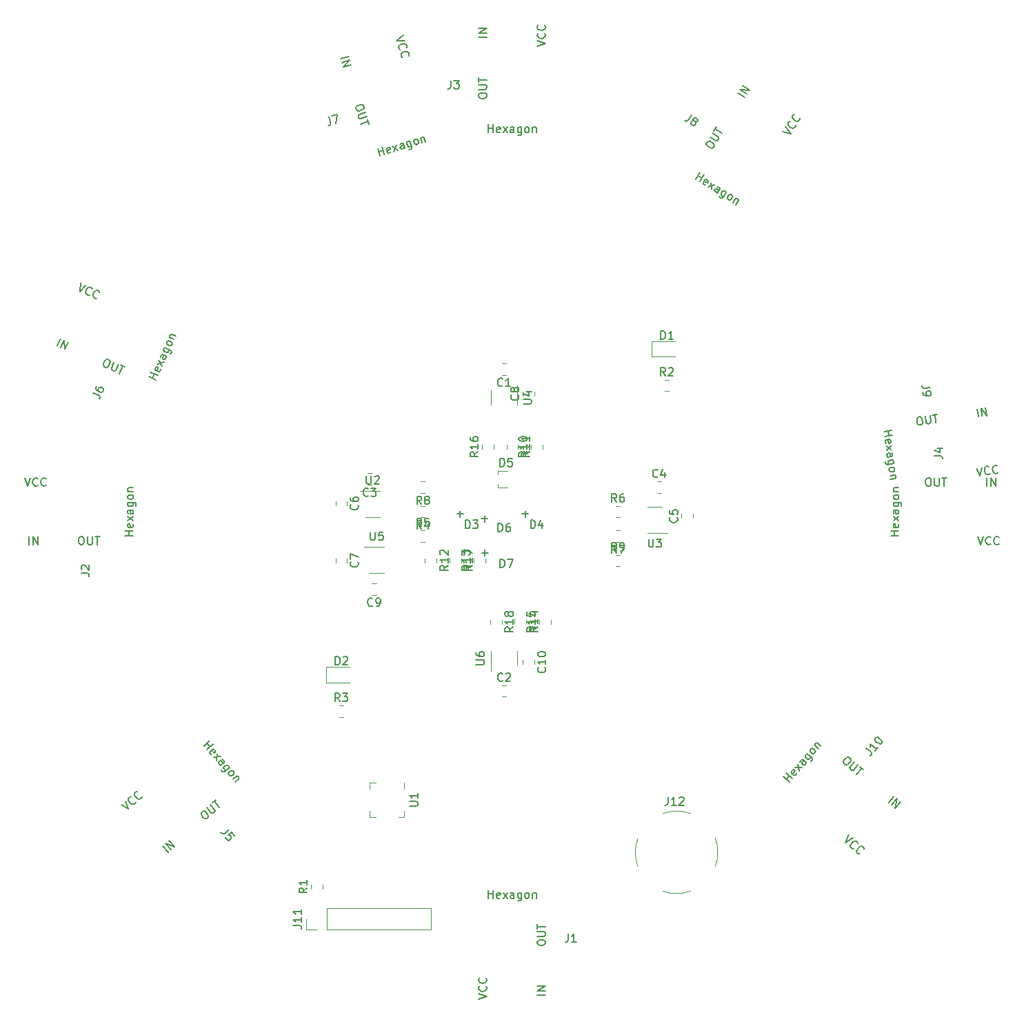
<source format=gbr>
G04 #@! TF.GenerationSoftware,KiCad,Pcbnew,(5.0.1)-4*
G04 #@! TF.CreationDate,2018-11-24T23:14:57-05:00*
G04 #@! TF.ProjectId,geodesic,67656F64657369632E6B696361645F70,rev?*
G04 #@! TF.SameCoordinates,Original*
G04 #@! TF.FileFunction,Legend,Top*
G04 #@! TF.FilePolarity,Positive*
%FSLAX46Y46*%
G04 Gerber Fmt 4.6, Leading zero omitted, Abs format (unit mm)*
G04 Created by KiCad (PCBNEW (5.0.1)-4) date 2018-11-24 11:14:57 PM*
%MOMM*%
%LPD*%
G01*
G04 APERTURE LIST*
%ADD10C,0.120000*%
%ADD11C,0.150000*%
G04 APERTURE END LIST*
D10*
G04 #@! TO.C,R1*
X123290000Y-151286252D02*
X123290000Y-150763748D01*
X124710000Y-151286252D02*
X124710000Y-150763748D01*
G04 #@! TO.C,J11*
X138030000Y-156330000D02*
X138030000Y-153670000D01*
X125270000Y-156330000D02*
X138030000Y-156330000D01*
X125270000Y-153670000D02*
X138030000Y-153670000D01*
X125270000Y-156330000D02*
X125270000Y-153670000D01*
X124000000Y-156330000D02*
X122670000Y-156330000D01*
X122670000Y-156330000D02*
X122670000Y-155000000D01*
G04 #@! TO.C,U1*
X134735000Y-141760000D02*
X134735000Y-142485000D01*
X134735000Y-142485000D02*
X134010000Y-142485000D01*
X130515000Y-138990000D02*
X130515000Y-138265000D01*
X130515000Y-138265000D02*
X131240000Y-138265000D01*
X130515000Y-141760000D02*
X130515000Y-142485000D01*
X130515000Y-142485000D02*
X131240000Y-142485000D01*
X134735000Y-138990000D02*
X134735000Y-138265000D01*
G04 #@! TO.C,C1*
X147236252Y-88210000D02*
X146713748Y-88210000D01*
X147236252Y-86790000D02*
X146713748Y-86790000D01*
G04 #@! TO.C,C2*
X146713748Y-126290000D02*
X147236252Y-126290000D01*
X146713748Y-127710000D02*
X147236252Y-127710000D01*
G04 #@! TO.C,C3*
X130736252Y-100290000D02*
X130213748Y-100290000D01*
X130736252Y-101710000D02*
X130213748Y-101710000D01*
G04 #@! TO.C,C4*
X165763748Y-102710000D02*
X166286252Y-102710000D01*
X165763748Y-101290000D02*
X166286252Y-101290000D01*
G04 #@! TO.C,C5*
X168790000Y-105786252D02*
X168790000Y-105263748D01*
X170210000Y-105786252D02*
X170210000Y-105263748D01*
G04 #@! TO.C,C6*
X127710000Y-103713748D02*
X127710000Y-104236252D01*
X126290000Y-103713748D02*
X126290000Y-104236252D01*
G04 #@! TO.C,C7*
X126290000Y-110738748D02*
X126290000Y-111261252D01*
X127710000Y-110738748D02*
X127710000Y-111261252D01*
G04 #@! TO.C,C8*
X150710000Y-90761252D02*
X150710000Y-90238748D01*
X149290000Y-90761252D02*
X149290000Y-90238748D01*
G04 #@! TO.C,C9*
X131286252Y-113790000D02*
X130763748Y-113790000D01*
X131286252Y-115210000D02*
X130763748Y-115210000D01*
G04 #@! TO.C,C10*
X150710000Y-123213748D02*
X150710000Y-123736252D01*
X149290000Y-123213748D02*
X149290000Y-123736252D01*
G04 #@! TO.C,D1*
X167975000Y-84040000D02*
X165115000Y-84040000D01*
X165115000Y-84040000D02*
X165115000Y-85960000D01*
X165115000Y-85960000D02*
X167975000Y-85960000D01*
G04 #@! TO.C,D2*
X125165000Y-125960000D02*
X128025000Y-125960000D01*
X125165000Y-124040000D02*
X125165000Y-125960000D01*
X128025000Y-124040000D02*
X125165000Y-124040000D01*
G04 #@! TO.C,D5*
X146225000Y-102000000D02*
X146225000Y-101600000D01*
X147425000Y-102000000D02*
X146225000Y-102000000D01*
X146225000Y-100000000D02*
X146225000Y-100400000D01*
X147425000Y-100000000D02*
X146225000Y-100000000D01*
G04 #@! TO.C,J12*
X163411411Y-145112337D02*
G75*
G03X163425000Y-148575000I4763589J-1712663D01*
G01*
X166462337Y-151588589D02*
G75*
G03X169925000Y-151575000I1712663J4763589D01*
G01*
X172938589Y-148537663D02*
G75*
G03X172925000Y-145075000I-4763589J1712663D01*
G01*
X169887663Y-142061411D02*
G75*
G03X166425000Y-142075000I-1712663J-4763589D01*
G01*
G04 #@! TO.C,R2*
X166713748Y-88790000D02*
X167236252Y-88790000D01*
X166713748Y-90210000D02*
X167236252Y-90210000D01*
G04 #@! TO.C,R3*
X126713748Y-128790000D02*
X127236252Y-128790000D01*
X126713748Y-130210000D02*
X127236252Y-130210000D01*
G04 #@! TO.C,R4*
X137286252Y-104290000D02*
X136763748Y-104290000D01*
X137286252Y-105710000D02*
X136763748Y-105710000D01*
G04 #@! TO.C,R5*
X136763748Y-107290000D02*
X137286252Y-107290000D01*
X136763748Y-108710000D02*
X137286252Y-108710000D01*
G04 #@! TO.C,R6*
X160713748Y-105710000D02*
X161236252Y-105710000D01*
X160713748Y-104290000D02*
X161236252Y-104290000D01*
G04 #@! TO.C,R7*
X161236252Y-108710000D02*
X160713748Y-108710000D01*
X161236252Y-107290000D02*
X160713748Y-107290000D01*
G04 #@! TO.C,R8*
X137286252Y-101290000D02*
X136763748Y-101290000D01*
X137286252Y-102710000D02*
X136763748Y-102710000D01*
G04 #@! TO.C,R9*
X160713748Y-111710000D02*
X161236252Y-111710000D01*
X160713748Y-110290000D02*
X161236252Y-110290000D01*
G04 #@! TO.C,R10*
X151710000Y-97286252D02*
X151710000Y-96763748D01*
X150290000Y-97286252D02*
X150290000Y-96763748D01*
G04 #@! TO.C,R11*
X148710000Y-96763748D02*
X148710000Y-97286252D01*
X147290000Y-96763748D02*
X147290000Y-97286252D01*
G04 #@! TO.C,R12*
X138710000Y-110713748D02*
X138710000Y-111236252D01*
X137290000Y-110713748D02*
X137290000Y-111236252D01*
G04 #@! TO.C,R13*
X144710000Y-111236252D02*
X144710000Y-110713748D01*
X143290000Y-111236252D02*
X143290000Y-110713748D01*
G04 #@! TO.C,R14*
X149710000Y-118213748D02*
X149710000Y-118736252D01*
X148290000Y-118213748D02*
X148290000Y-118736252D01*
G04 #@! TO.C,R15*
X152710000Y-118786252D02*
X152710000Y-118263748D01*
X151290000Y-118786252D02*
X151290000Y-118263748D01*
G04 #@! TO.C,R16*
X145710000Y-97286252D02*
X145710000Y-96763748D01*
X144290000Y-97286252D02*
X144290000Y-96763748D01*
G04 #@! TO.C,R17*
X141710000Y-110713748D02*
X141710000Y-111236252D01*
X140290000Y-110713748D02*
X140290000Y-111236252D01*
G04 #@! TO.C,R18*
X146710000Y-118263748D02*
X146710000Y-118786252D01*
X145290000Y-118263748D02*
X145290000Y-118786252D01*
G04 #@! TO.C,U2*
X129950000Y-105660000D02*
X131750000Y-105660000D01*
X131750000Y-102440000D02*
X129300000Y-102440000D01*
G04 #@! TO.C,U3*
X164600000Y-107610000D02*
X167050000Y-107610000D01*
X166400000Y-104390000D02*
X164600000Y-104390000D01*
G04 #@! TO.C,U4*
X145390000Y-90100000D02*
X145390000Y-91900000D01*
X148610000Y-91900000D02*
X148610000Y-89450000D01*
G04 #@! TO.C,U5*
X132250000Y-109340000D02*
X129800000Y-109340000D01*
X130450000Y-112560000D02*
X132250000Y-112560000D01*
G04 #@! TO.C,U6*
X148610000Y-123900000D02*
X148610000Y-122100000D01*
X145390000Y-122100000D02*
X145390000Y-124550000D01*
G04 #@! TO.C,J1*
D11*
X154866666Y-156852380D02*
X154866666Y-157566666D01*
X154819047Y-157709523D01*
X154723809Y-157804761D01*
X154580952Y-157852380D01*
X154485714Y-157852380D01*
X155866666Y-157852380D02*
X155295238Y-157852380D01*
X155580952Y-157852380D02*
X155580952Y-156852380D01*
X155485714Y-156995238D01*
X155390476Y-157090476D01*
X155295238Y-157138095D01*
X145071428Y-152452380D02*
X145071428Y-151452380D01*
X145071428Y-151928571D02*
X145642857Y-151928571D01*
X145642857Y-152452380D02*
X145642857Y-151452380D01*
X146500000Y-152404761D02*
X146404761Y-152452380D01*
X146214285Y-152452380D01*
X146119047Y-152404761D01*
X146071428Y-152309523D01*
X146071428Y-151928571D01*
X146119047Y-151833333D01*
X146214285Y-151785714D01*
X146404761Y-151785714D01*
X146500000Y-151833333D01*
X146547619Y-151928571D01*
X146547619Y-152023809D01*
X146071428Y-152119047D01*
X146880952Y-152452380D02*
X147404761Y-151785714D01*
X146880952Y-151785714D02*
X147404761Y-152452380D01*
X148214285Y-152452380D02*
X148214285Y-151928571D01*
X148166666Y-151833333D01*
X148071428Y-151785714D01*
X147880952Y-151785714D01*
X147785714Y-151833333D01*
X148214285Y-152404761D02*
X148119047Y-152452380D01*
X147880952Y-152452380D01*
X147785714Y-152404761D01*
X147738095Y-152309523D01*
X147738095Y-152214285D01*
X147785714Y-152119047D01*
X147880952Y-152071428D01*
X148119047Y-152071428D01*
X148214285Y-152023809D01*
X149119047Y-151785714D02*
X149119047Y-152595238D01*
X149071428Y-152690476D01*
X149023809Y-152738095D01*
X148928571Y-152785714D01*
X148785714Y-152785714D01*
X148690476Y-152738095D01*
X149119047Y-152404761D02*
X149023809Y-152452380D01*
X148833333Y-152452380D01*
X148738095Y-152404761D01*
X148690476Y-152357142D01*
X148642857Y-152261904D01*
X148642857Y-151976190D01*
X148690476Y-151880952D01*
X148738095Y-151833333D01*
X148833333Y-151785714D01*
X149023809Y-151785714D01*
X149119047Y-151833333D01*
X149738095Y-152452380D02*
X149642857Y-152404761D01*
X149595238Y-152357142D01*
X149547619Y-152261904D01*
X149547619Y-151976190D01*
X149595238Y-151880952D01*
X149642857Y-151833333D01*
X149738095Y-151785714D01*
X149880952Y-151785714D01*
X149976190Y-151833333D01*
X150023809Y-151880952D01*
X150071428Y-151976190D01*
X150071428Y-152261904D01*
X150023809Y-152357142D01*
X149976190Y-152404761D01*
X149880952Y-152452380D01*
X149738095Y-152452380D01*
X150500000Y-151785714D02*
X150500000Y-152452380D01*
X150500000Y-151880952D02*
X150547619Y-151833333D01*
X150642857Y-151785714D01*
X150785714Y-151785714D01*
X150880952Y-151833333D01*
X150928571Y-151928571D01*
X150928571Y-152452380D01*
X152052380Y-164323809D02*
X151052380Y-164323809D01*
X152052380Y-163847619D02*
X151052380Y-163847619D01*
X152052380Y-163276190D01*
X151052380Y-163276190D01*
X151052380Y-158000000D02*
X151052380Y-157809523D01*
X151100000Y-157714285D01*
X151195238Y-157619047D01*
X151385714Y-157571428D01*
X151719047Y-157571428D01*
X151909523Y-157619047D01*
X152004761Y-157714285D01*
X152052380Y-157809523D01*
X152052380Y-158000000D01*
X152004761Y-158095238D01*
X151909523Y-158190476D01*
X151719047Y-158238095D01*
X151385714Y-158238095D01*
X151195238Y-158190476D01*
X151100000Y-158095238D01*
X151052380Y-158000000D01*
X151052380Y-157142857D02*
X151861904Y-157142857D01*
X151957142Y-157095238D01*
X152004761Y-157047619D01*
X152052380Y-156952380D01*
X152052380Y-156761904D01*
X152004761Y-156666666D01*
X151957142Y-156619047D01*
X151861904Y-156571428D01*
X151052380Y-156571428D01*
X151052380Y-156238095D02*
X151052380Y-155666666D01*
X152052380Y-155952380D02*
X151052380Y-155952380D01*
X143852380Y-164833333D02*
X144852380Y-164500000D01*
X143852380Y-164166666D01*
X144757142Y-163261904D02*
X144804761Y-163309523D01*
X144852380Y-163452380D01*
X144852380Y-163547619D01*
X144804761Y-163690476D01*
X144709523Y-163785714D01*
X144614285Y-163833333D01*
X144423809Y-163880952D01*
X144280952Y-163880952D01*
X144090476Y-163833333D01*
X143995238Y-163785714D01*
X143900000Y-163690476D01*
X143852380Y-163547619D01*
X143852380Y-163452380D01*
X143900000Y-163309523D01*
X143947619Y-163261904D01*
X144757142Y-162261904D02*
X144804761Y-162309523D01*
X144852380Y-162452380D01*
X144852380Y-162547619D01*
X144804761Y-162690476D01*
X144709523Y-162785714D01*
X144614285Y-162833333D01*
X144423809Y-162880952D01*
X144280952Y-162880952D01*
X144090476Y-162833333D01*
X143995238Y-162785714D01*
X143900000Y-162690476D01*
X143852380Y-162547619D01*
X143852380Y-162452380D01*
X143900000Y-162309523D01*
X143947619Y-162261904D01*
G04 #@! TO.C,J2*
X95052380Y-112533333D02*
X95766666Y-112533333D01*
X95909523Y-112580952D01*
X96004761Y-112676190D01*
X96052380Y-112819047D01*
X96052380Y-112914285D01*
X95147619Y-112104761D02*
X95100000Y-112057142D01*
X95052380Y-111961904D01*
X95052380Y-111723809D01*
X95100000Y-111628571D01*
X95147619Y-111580952D01*
X95242857Y-111533333D01*
X95338095Y-111533333D01*
X95480952Y-111580952D01*
X96052380Y-112152380D01*
X96052380Y-111533333D01*
X101452380Y-107928571D02*
X100452380Y-107928571D01*
X100928571Y-107928571D02*
X100928571Y-107357142D01*
X101452380Y-107357142D02*
X100452380Y-107357142D01*
X101404761Y-106500000D02*
X101452380Y-106595238D01*
X101452380Y-106785714D01*
X101404761Y-106880952D01*
X101309523Y-106928571D01*
X100928571Y-106928571D01*
X100833333Y-106880952D01*
X100785714Y-106785714D01*
X100785714Y-106595238D01*
X100833333Y-106500000D01*
X100928571Y-106452380D01*
X101023809Y-106452380D01*
X101119047Y-106928571D01*
X101452380Y-106119047D02*
X100785714Y-105595238D01*
X100785714Y-106119047D02*
X101452380Y-105595238D01*
X101452380Y-104785714D02*
X100928571Y-104785714D01*
X100833333Y-104833333D01*
X100785714Y-104928571D01*
X100785714Y-105119047D01*
X100833333Y-105214285D01*
X101404761Y-104785714D02*
X101452380Y-104880952D01*
X101452380Y-105119047D01*
X101404761Y-105214285D01*
X101309523Y-105261904D01*
X101214285Y-105261904D01*
X101119047Y-105214285D01*
X101071428Y-105119047D01*
X101071428Y-104880952D01*
X101023809Y-104785714D01*
X100785714Y-103880952D02*
X101595238Y-103880952D01*
X101690476Y-103928571D01*
X101738095Y-103976190D01*
X101785714Y-104071428D01*
X101785714Y-104214285D01*
X101738095Y-104309523D01*
X101404761Y-103880952D02*
X101452380Y-103976190D01*
X101452380Y-104166666D01*
X101404761Y-104261904D01*
X101357142Y-104309523D01*
X101261904Y-104357142D01*
X100976190Y-104357142D01*
X100880952Y-104309523D01*
X100833333Y-104261904D01*
X100785714Y-104166666D01*
X100785714Y-103976190D01*
X100833333Y-103880952D01*
X101452380Y-103261904D02*
X101404761Y-103357142D01*
X101357142Y-103404761D01*
X101261904Y-103452380D01*
X100976190Y-103452380D01*
X100880952Y-103404761D01*
X100833333Y-103357142D01*
X100785714Y-103261904D01*
X100785714Y-103119047D01*
X100833333Y-103023809D01*
X100880952Y-102976190D01*
X100976190Y-102928571D01*
X101261904Y-102928571D01*
X101357142Y-102976190D01*
X101404761Y-103023809D01*
X101452380Y-103119047D01*
X101452380Y-103261904D01*
X100785714Y-102500000D02*
X101452380Y-102500000D01*
X100880952Y-102500000D02*
X100833333Y-102452380D01*
X100785714Y-102357142D01*
X100785714Y-102214285D01*
X100833333Y-102119047D01*
X100928571Y-102071428D01*
X101452380Y-102071428D01*
X88676190Y-109052380D02*
X88676190Y-108052380D01*
X89152380Y-109052380D02*
X89152380Y-108052380D01*
X89723809Y-109052380D01*
X89723809Y-108052380D01*
X95000000Y-108052380D02*
X95190476Y-108052380D01*
X95285714Y-108100000D01*
X95380952Y-108195238D01*
X95428571Y-108385714D01*
X95428571Y-108719047D01*
X95380952Y-108909523D01*
X95285714Y-109004761D01*
X95190476Y-109052380D01*
X95000000Y-109052380D01*
X94904761Y-109004761D01*
X94809523Y-108909523D01*
X94761904Y-108719047D01*
X94761904Y-108385714D01*
X94809523Y-108195238D01*
X94904761Y-108100000D01*
X95000000Y-108052380D01*
X95857142Y-108052380D02*
X95857142Y-108861904D01*
X95904761Y-108957142D01*
X95952380Y-109004761D01*
X96047619Y-109052380D01*
X96238095Y-109052380D01*
X96333333Y-109004761D01*
X96380952Y-108957142D01*
X96428571Y-108861904D01*
X96428571Y-108052380D01*
X96761904Y-108052380D02*
X97333333Y-108052380D01*
X97047619Y-109052380D02*
X97047619Y-108052380D01*
X88166666Y-100852380D02*
X88500000Y-101852380D01*
X88833333Y-100852380D01*
X89738095Y-101757142D02*
X89690476Y-101804761D01*
X89547619Y-101852380D01*
X89452380Y-101852380D01*
X89309523Y-101804761D01*
X89214285Y-101709523D01*
X89166666Y-101614285D01*
X89119047Y-101423809D01*
X89119047Y-101280952D01*
X89166666Y-101090476D01*
X89214285Y-100995238D01*
X89309523Y-100900000D01*
X89452380Y-100852380D01*
X89547619Y-100852380D01*
X89690476Y-100900000D01*
X89738095Y-100947619D01*
X90738095Y-101757142D02*
X90690476Y-101804761D01*
X90547619Y-101852380D01*
X90452380Y-101852380D01*
X90309523Y-101804761D01*
X90214285Y-101709523D01*
X90166666Y-101614285D01*
X90119047Y-101423809D01*
X90119047Y-101280952D01*
X90166666Y-101090476D01*
X90214285Y-100995238D01*
X90309523Y-100900000D01*
X90452380Y-100852380D01*
X90547619Y-100852380D01*
X90690476Y-100900000D01*
X90738095Y-100947619D01*
G04 #@! TO.C,J3*
X140466666Y-52052380D02*
X140466666Y-52766666D01*
X140419047Y-52909523D01*
X140323809Y-53004761D01*
X140180952Y-53052380D01*
X140085714Y-53052380D01*
X140847619Y-52052380D02*
X141466666Y-52052380D01*
X141133333Y-52433333D01*
X141276190Y-52433333D01*
X141371428Y-52480952D01*
X141419047Y-52528571D01*
X141466666Y-52623809D01*
X141466666Y-52861904D01*
X141419047Y-52957142D01*
X141371428Y-53004761D01*
X141276190Y-53052380D01*
X140990476Y-53052380D01*
X140895238Y-53004761D01*
X140847619Y-52957142D01*
X145071428Y-58452380D02*
X145071428Y-57452380D01*
X145071428Y-57928571D02*
X145642857Y-57928571D01*
X145642857Y-58452380D02*
X145642857Y-57452380D01*
X146500000Y-58404761D02*
X146404761Y-58452380D01*
X146214285Y-58452380D01*
X146119047Y-58404761D01*
X146071428Y-58309523D01*
X146071428Y-57928571D01*
X146119047Y-57833333D01*
X146214285Y-57785714D01*
X146404761Y-57785714D01*
X146500000Y-57833333D01*
X146547619Y-57928571D01*
X146547619Y-58023809D01*
X146071428Y-58119047D01*
X146880952Y-58452380D02*
X147404761Y-57785714D01*
X146880952Y-57785714D02*
X147404761Y-58452380D01*
X148214285Y-58452380D02*
X148214285Y-57928571D01*
X148166666Y-57833333D01*
X148071428Y-57785714D01*
X147880952Y-57785714D01*
X147785714Y-57833333D01*
X148214285Y-58404761D02*
X148119047Y-58452380D01*
X147880952Y-58452380D01*
X147785714Y-58404761D01*
X147738095Y-58309523D01*
X147738095Y-58214285D01*
X147785714Y-58119047D01*
X147880952Y-58071428D01*
X148119047Y-58071428D01*
X148214285Y-58023809D01*
X149119047Y-57785714D02*
X149119047Y-58595238D01*
X149071428Y-58690476D01*
X149023809Y-58738095D01*
X148928571Y-58785714D01*
X148785714Y-58785714D01*
X148690476Y-58738095D01*
X149119047Y-58404761D02*
X149023809Y-58452380D01*
X148833333Y-58452380D01*
X148738095Y-58404761D01*
X148690476Y-58357142D01*
X148642857Y-58261904D01*
X148642857Y-57976190D01*
X148690476Y-57880952D01*
X148738095Y-57833333D01*
X148833333Y-57785714D01*
X149023809Y-57785714D01*
X149119047Y-57833333D01*
X149738095Y-58452380D02*
X149642857Y-58404761D01*
X149595238Y-58357142D01*
X149547619Y-58261904D01*
X149547619Y-57976190D01*
X149595238Y-57880952D01*
X149642857Y-57833333D01*
X149738095Y-57785714D01*
X149880952Y-57785714D01*
X149976190Y-57833333D01*
X150023809Y-57880952D01*
X150071428Y-57976190D01*
X150071428Y-58261904D01*
X150023809Y-58357142D01*
X149976190Y-58404761D01*
X149880952Y-58452380D01*
X149738095Y-58452380D01*
X150500000Y-57785714D02*
X150500000Y-58452380D01*
X150500000Y-57880952D02*
X150547619Y-57833333D01*
X150642857Y-57785714D01*
X150785714Y-57785714D01*
X150880952Y-57833333D01*
X150928571Y-57928571D01*
X150928571Y-58452380D01*
X144852380Y-46723809D02*
X143852380Y-46723809D01*
X144852380Y-46247619D02*
X143852380Y-46247619D01*
X144852380Y-45676190D01*
X143852380Y-45676190D01*
X143852380Y-54000000D02*
X143852380Y-53809523D01*
X143900000Y-53714285D01*
X143995238Y-53619047D01*
X144185714Y-53571428D01*
X144519047Y-53571428D01*
X144709523Y-53619047D01*
X144804761Y-53714285D01*
X144852380Y-53809523D01*
X144852380Y-54000000D01*
X144804761Y-54095238D01*
X144709523Y-54190476D01*
X144519047Y-54238095D01*
X144185714Y-54238095D01*
X143995238Y-54190476D01*
X143900000Y-54095238D01*
X143852380Y-54000000D01*
X143852380Y-53142857D02*
X144661904Y-53142857D01*
X144757142Y-53095238D01*
X144804761Y-53047619D01*
X144852380Y-52952380D01*
X144852380Y-52761904D01*
X144804761Y-52666666D01*
X144757142Y-52619047D01*
X144661904Y-52571428D01*
X143852380Y-52571428D01*
X143852380Y-52238095D02*
X143852380Y-51666666D01*
X144852380Y-51952380D02*
X143852380Y-51952380D01*
X151052380Y-47833333D02*
X152052380Y-47500000D01*
X151052380Y-47166666D01*
X151957142Y-46261904D02*
X152004761Y-46309523D01*
X152052380Y-46452380D01*
X152052380Y-46547619D01*
X152004761Y-46690476D01*
X151909523Y-46785714D01*
X151814285Y-46833333D01*
X151623809Y-46880952D01*
X151480952Y-46880952D01*
X151290476Y-46833333D01*
X151195238Y-46785714D01*
X151100000Y-46690476D01*
X151052380Y-46547619D01*
X151052380Y-46452380D01*
X151100000Y-46309523D01*
X151147619Y-46261904D01*
X151957142Y-45261904D02*
X152004761Y-45309523D01*
X152052380Y-45452380D01*
X152052380Y-45547619D01*
X152004761Y-45690476D01*
X151909523Y-45785714D01*
X151814285Y-45833333D01*
X151623809Y-45880952D01*
X151480952Y-45880952D01*
X151290476Y-45833333D01*
X151195238Y-45785714D01*
X151100000Y-45690476D01*
X151052380Y-45547619D01*
X151052380Y-45452380D01*
X151100000Y-45309523D01*
X151147619Y-45261904D01*
G04 #@! TO.C,J4*
X199852380Y-98133333D02*
X200566666Y-98133333D01*
X200709523Y-98180952D01*
X200804761Y-98276190D01*
X200852380Y-98419047D01*
X200852380Y-98514285D01*
X200185714Y-97228571D02*
X200852380Y-97228571D01*
X199804761Y-97466666D02*
X200519047Y-97704761D01*
X200519047Y-97085714D01*
X195452380Y-107928571D02*
X194452380Y-107928571D01*
X194928571Y-107928571D02*
X194928571Y-107357142D01*
X195452380Y-107357142D02*
X194452380Y-107357142D01*
X195404761Y-106500000D02*
X195452380Y-106595238D01*
X195452380Y-106785714D01*
X195404761Y-106880952D01*
X195309523Y-106928571D01*
X194928571Y-106928571D01*
X194833333Y-106880952D01*
X194785714Y-106785714D01*
X194785714Y-106595238D01*
X194833333Y-106500000D01*
X194928571Y-106452380D01*
X195023809Y-106452380D01*
X195119047Y-106928571D01*
X195452380Y-106119047D02*
X194785714Y-105595238D01*
X194785714Y-106119047D02*
X195452380Y-105595238D01*
X195452380Y-104785714D02*
X194928571Y-104785714D01*
X194833333Y-104833333D01*
X194785714Y-104928571D01*
X194785714Y-105119047D01*
X194833333Y-105214285D01*
X195404761Y-104785714D02*
X195452380Y-104880952D01*
X195452380Y-105119047D01*
X195404761Y-105214285D01*
X195309523Y-105261904D01*
X195214285Y-105261904D01*
X195119047Y-105214285D01*
X195071428Y-105119047D01*
X195071428Y-104880952D01*
X195023809Y-104785714D01*
X194785714Y-103880952D02*
X195595238Y-103880952D01*
X195690476Y-103928571D01*
X195738095Y-103976190D01*
X195785714Y-104071428D01*
X195785714Y-104214285D01*
X195738095Y-104309523D01*
X195404761Y-103880952D02*
X195452380Y-103976190D01*
X195452380Y-104166666D01*
X195404761Y-104261904D01*
X195357142Y-104309523D01*
X195261904Y-104357142D01*
X194976190Y-104357142D01*
X194880952Y-104309523D01*
X194833333Y-104261904D01*
X194785714Y-104166666D01*
X194785714Y-103976190D01*
X194833333Y-103880952D01*
X195452380Y-103261904D02*
X195404761Y-103357142D01*
X195357142Y-103404761D01*
X195261904Y-103452380D01*
X194976190Y-103452380D01*
X194880952Y-103404761D01*
X194833333Y-103357142D01*
X194785714Y-103261904D01*
X194785714Y-103119047D01*
X194833333Y-103023809D01*
X194880952Y-102976190D01*
X194976190Y-102928571D01*
X195261904Y-102928571D01*
X195357142Y-102976190D01*
X195404761Y-103023809D01*
X195452380Y-103119047D01*
X195452380Y-103261904D01*
X194785714Y-102500000D02*
X195452380Y-102500000D01*
X194880952Y-102500000D02*
X194833333Y-102452380D01*
X194785714Y-102357142D01*
X194785714Y-102214285D01*
X194833333Y-102119047D01*
X194928571Y-102071428D01*
X195452380Y-102071428D01*
X206276190Y-101852380D02*
X206276190Y-100852380D01*
X206752380Y-101852380D02*
X206752380Y-100852380D01*
X207323809Y-101852380D01*
X207323809Y-100852380D01*
X199000000Y-100852380D02*
X199190476Y-100852380D01*
X199285714Y-100900000D01*
X199380952Y-100995238D01*
X199428571Y-101185714D01*
X199428571Y-101519047D01*
X199380952Y-101709523D01*
X199285714Y-101804761D01*
X199190476Y-101852380D01*
X199000000Y-101852380D01*
X198904761Y-101804761D01*
X198809523Y-101709523D01*
X198761904Y-101519047D01*
X198761904Y-101185714D01*
X198809523Y-100995238D01*
X198904761Y-100900000D01*
X199000000Y-100852380D01*
X199857142Y-100852380D02*
X199857142Y-101661904D01*
X199904761Y-101757142D01*
X199952380Y-101804761D01*
X200047619Y-101852380D01*
X200238095Y-101852380D01*
X200333333Y-101804761D01*
X200380952Y-101757142D01*
X200428571Y-101661904D01*
X200428571Y-100852380D01*
X200761904Y-100852380D02*
X201333333Y-100852380D01*
X201047619Y-101852380D02*
X201047619Y-100852380D01*
X205166666Y-108052380D02*
X205500000Y-109052380D01*
X205833333Y-108052380D01*
X206738095Y-108957142D02*
X206690476Y-109004761D01*
X206547619Y-109052380D01*
X206452380Y-109052380D01*
X206309523Y-109004761D01*
X206214285Y-108909523D01*
X206166666Y-108814285D01*
X206119047Y-108623809D01*
X206119047Y-108480952D01*
X206166666Y-108290476D01*
X206214285Y-108195238D01*
X206309523Y-108100000D01*
X206452380Y-108052380D01*
X206547619Y-108052380D01*
X206690476Y-108100000D01*
X206738095Y-108147619D01*
X207738095Y-108957142D02*
X207690476Y-109004761D01*
X207547619Y-109052380D01*
X207452380Y-109052380D01*
X207309523Y-109004761D01*
X207214285Y-108909523D01*
X207166666Y-108814285D01*
X207119047Y-108623809D01*
X207119047Y-108480952D01*
X207166666Y-108290476D01*
X207214285Y-108195238D01*
X207309523Y-108100000D01*
X207452380Y-108052380D01*
X207547619Y-108052380D01*
X207690476Y-108100000D01*
X207738095Y-108147619D01*
G04 #@! TO.C,J5*
X113224024Y-144037019D02*
X112684946Y-144505633D01*
X112545890Y-144563417D01*
X112411531Y-144554022D01*
X112281869Y-144477447D01*
X112219388Y-144405570D01*
X113848843Y-144755790D02*
X113536434Y-144396405D01*
X113145807Y-144672875D01*
X113212987Y-144677573D01*
X113311407Y-144718209D01*
X113467611Y-144897902D01*
X113494155Y-145001020D01*
X113489457Y-145068199D01*
X113448821Y-145166620D01*
X113269128Y-145322824D01*
X113166010Y-145349367D01*
X113098831Y-145344670D01*
X113000410Y-145304034D01*
X112844206Y-145124341D01*
X112817663Y-145021223D01*
X112822360Y-144954043D01*
X110118493Y-133757800D02*
X110873202Y-133101741D01*
X110513817Y-133414150D02*
X110888707Y-133845413D01*
X110493383Y-134189063D02*
X111248093Y-133533004D01*
X111091658Y-134804716D02*
X110993238Y-134764080D01*
X110868274Y-134620325D01*
X110841731Y-134517207D01*
X110882367Y-134418787D01*
X111169876Y-134168860D01*
X111272994Y-134142317D01*
X111371414Y-134182953D01*
X111496378Y-134326707D01*
X111522921Y-134429825D01*
X111482285Y-134528245D01*
X111410408Y-134590727D01*
X111026121Y-134293823D01*
X111305647Y-135123465D02*
X112152437Y-135081417D01*
X111808787Y-134686092D02*
X111649297Y-135518789D01*
X112180392Y-136129745D02*
X112575716Y-135786095D01*
X112616353Y-135687674D01*
X112589809Y-135584556D01*
X112464846Y-135440802D01*
X112366425Y-135400166D01*
X112216331Y-136098504D02*
X112117911Y-136057867D01*
X111961706Y-135878175D01*
X111935163Y-135775057D01*
X111975799Y-135676636D01*
X112047676Y-135614155D01*
X112150794Y-135587611D01*
X112249214Y-135628247D01*
X112405419Y-135807940D01*
X112503839Y-135848576D01*
X113277109Y-136375204D02*
X112666154Y-136906300D01*
X112563036Y-136932843D01*
X112495856Y-136928145D01*
X112397436Y-136887509D01*
X112303713Y-136779694D01*
X112277170Y-136676576D01*
X112809908Y-136781336D02*
X112711488Y-136740700D01*
X112586524Y-136596946D01*
X112559981Y-136493828D01*
X112564679Y-136426648D01*
X112605315Y-136328228D01*
X112820946Y-136140782D01*
X112924064Y-136114239D01*
X112991243Y-136118937D01*
X113089664Y-136159573D01*
X113214627Y-136303327D01*
X113241171Y-136406445D01*
X113180101Y-137279778D02*
X113153558Y-137176660D01*
X113158256Y-137109481D01*
X113198892Y-137011060D01*
X113414523Y-136823615D01*
X113517641Y-136797072D01*
X113584821Y-136801769D01*
X113683241Y-136842406D01*
X113776964Y-136950221D01*
X113803507Y-137053339D01*
X113798809Y-137120519D01*
X113758173Y-137218939D01*
X113542542Y-137406384D01*
X113439424Y-137432928D01*
X113372244Y-137428230D01*
X113273824Y-137387594D01*
X113180101Y-137279778D01*
X114183096Y-137417422D02*
X113679956Y-137854795D01*
X114111218Y-137479904D02*
X114178398Y-137484602D01*
X114276818Y-137525238D01*
X114370541Y-137633054D01*
X114397084Y-137736172D01*
X114356448Y-137834592D01*
X113961124Y-138178242D01*
X105738928Y-146814750D02*
X105082869Y-146060040D01*
X106098314Y-146502341D02*
X105442255Y-145747631D01*
X106529576Y-146127450D01*
X105873517Y-145372740D01*
X109855508Y-141911247D02*
X109999263Y-141786284D01*
X110102381Y-141759740D01*
X110236740Y-141769136D01*
X110397642Y-141881649D01*
X110616328Y-142133219D01*
X110705353Y-142308214D01*
X110695958Y-142442573D01*
X110655322Y-142540993D01*
X110511568Y-142665957D01*
X110408450Y-142692500D01*
X110274091Y-142683105D01*
X110113188Y-142570591D01*
X109894502Y-142319022D01*
X109805477Y-142144026D01*
X109814872Y-142009668D01*
X109855508Y-141911247D01*
X110502402Y-141348911D02*
X111033498Y-141959866D01*
X111131918Y-142000502D01*
X111199098Y-142005200D01*
X111302216Y-141978657D01*
X111445970Y-141853693D01*
X111486606Y-141755273D01*
X111491304Y-141688093D01*
X111464760Y-141584975D01*
X110933665Y-140974020D01*
X111185235Y-140755334D02*
X111616498Y-140380443D01*
X112056925Y-141322598D02*
X111400866Y-140567888D01*
X99974702Y-140960409D02*
X100882331Y-141496432D01*
X100477841Y-140523036D01*
X101754251Y-140612291D02*
X101749553Y-140679471D01*
X101672979Y-140809132D01*
X101601102Y-140871614D01*
X101462045Y-140929398D01*
X101327686Y-140920003D01*
X101229266Y-140879366D01*
X101068364Y-140766853D01*
X100974641Y-140659037D01*
X100885616Y-140484042D01*
X100859072Y-140380924D01*
X100868468Y-140246565D01*
X100945043Y-140116904D01*
X101016920Y-140054422D01*
X101155976Y-139996638D01*
X101223156Y-140001336D01*
X102508961Y-139956232D02*
X102504263Y-140023412D01*
X102427688Y-140153073D01*
X102355811Y-140215555D01*
X102216755Y-140273339D01*
X102082396Y-140263943D01*
X101983975Y-140223307D01*
X101823073Y-140110794D01*
X101729350Y-140002978D01*
X101640325Y-139827983D01*
X101613782Y-139724865D01*
X101623177Y-139590506D01*
X101699752Y-139460845D01*
X101771629Y-139398363D01*
X101910686Y-139340579D01*
X101977865Y-139345277D01*
G04 #@! TO.C,J6*
X96548588Y-90390504D02*
X97201120Y-90681030D01*
X97312258Y-90782637D01*
X97360526Y-90908379D01*
X97345923Y-91058254D01*
X97307186Y-91145258D01*
X96916588Y-89563963D02*
X96839114Y-89737971D01*
X96843879Y-89844344D01*
X96868013Y-89907215D01*
X96959783Y-90052324D01*
X97114423Y-90173300D01*
X97462440Y-90328247D01*
X97568813Y-90323482D01*
X97631684Y-90299348D01*
X97713923Y-90231712D01*
X97791396Y-90057704D01*
X97786631Y-89951331D01*
X97762497Y-89888460D01*
X97694861Y-89806221D01*
X97477350Y-89709379D01*
X97370978Y-89714145D01*
X97308107Y-89738278D01*
X97225868Y-89805914D01*
X97148394Y-89979923D01*
X97153160Y-90086296D01*
X97177293Y-90149166D01*
X97244929Y-90231405D01*
X104268204Y-88786959D02*
X103354658Y-88380222D01*
X103789680Y-88573906D02*
X104022101Y-88051880D01*
X104500625Y-88264933D02*
X103587079Y-87858196D01*
X104805754Y-87462525D02*
X104810519Y-87568898D01*
X104733046Y-87742907D01*
X104650807Y-87810543D01*
X104544434Y-87815308D01*
X104196417Y-87660361D01*
X104128781Y-87578122D01*
X104124015Y-87471749D01*
X104201489Y-87297740D01*
X104283728Y-87230104D01*
X104390101Y-87225339D01*
X104477105Y-87264076D01*
X104370425Y-87737834D01*
X105004203Y-87133876D02*
X104608226Y-86384195D01*
X104395173Y-86862719D02*
X105217256Y-86655352D01*
X105546519Y-85915816D02*
X105067995Y-85702763D01*
X104961622Y-85707528D01*
X104879383Y-85775164D01*
X104801910Y-85949173D01*
X104806675Y-86055546D01*
X105503017Y-85896447D02*
X105507782Y-86002820D01*
X105410940Y-86220331D01*
X105328701Y-86287967D01*
X105222328Y-86292732D01*
X105135324Y-86253995D01*
X105067688Y-86171756D01*
X105062923Y-86065384D01*
X105159765Y-85847873D01*
X105154999Y-85741500D01*
X105305488Y-84818117D02*
X106045025Y-85147380D01*
X106112661Y-85229619D01*
X106136795Y-85292489D01*
X106141560Y-85398862D01*
X106083455Y-85529369D01*
X106001216Y-85597004D01*
X105871017Y-85069906D02*
X105875782Y-85176279D01*
X105798308Y-85350288D01*
X105716069Y-85417923D01*
X105653199Y-85442057D01*
X105546826Y-85446823D01*
X105285813Y-85330612D01*
X105218177Y-85248373D01*
X105194043Y-85185503D01*
X105189278Y-85079130D01*
X105266752Y-84905121D01*
X105348991Y-84837485D01*
X106166308Y-84523746D02*
X106084069Y-84591382D01*
X106021199Y-84615516D01*
X105914826Y-84620281D01*
X105653813Y-84504071D01*
X105586177Y-84421832D01*
X105562043Y-84358961D01*
X105557278Y-84252589D01*
X105615383Y-84122082D01*
X105697622Y-84054446D01*
X105760493Y-84030312D01*
X105866865Y-84025547D01*
X106127878Y-84141758D01*
X106195514Y-84223997D01*
X106219648Y-84286867D01*
X106224413Y-84393240D01*
X106166308Y-84523746D01*
X105867172Y-83556554D02*
X106476203Y-83827712D01*
X105954177Y-83595291D02*
X105930043Y-83532420D01*
X105925278Y-83426048D01*
X105983383Y-83295541D01*
X106065622Y-83227905D01*
X106171995Y-83223140D01*
X106650518Y-83436192D01*
X92139479Y-84617066D02*
X92546215Y-83703520D01*
X92574500Y-84810750D02*
X92981237Y-83897204D01*
X93096526Y-85043171D01*
X93503263Y-84129625D01*
X98323303Y-86275645D02*
X98497311Y-86353119D01*
X98564947Y-86435358D01*
X98613215Y-86561099D01*
X98579243Y-86754476D01*
X98443664Y-87058991D01*
X98322689Y-87213631D01*
X98196948Y-87261899D01*
X98090575Y-87266664D01*
X97916566Y-87189190D01*
X97848930Y-87106951D01*
X97800663Y-86981210D01*
X97834634Y-86787833D01*
X97970213Y-86483318D01*
X98091189Y-86328678D01*
X98216930Y-86280410D01*
X98323303Y-86275645D01*
X99106342Y-86624276D02*
X98777079Y-87363813D01*
X98781844Y-87470186D01*
X98805978Y-87533056D01*
X98873614Y-87615295D01*
X99047622Y-87692769D01*
X99153995Y-87688004D01*
X99216866Y-87663870D01*
X99299105Y-87596234D01*
X99628368Y-86856697D01*
X99932883Y-86992276D02*
X100454909Y-87224697D01*
X99787159Y-88022032D02*
X100193896Y-87108487D01*
X95009246Y-76918750D02*
X94907024Y-77967874D01*
X95618276Y-77189908D01*
X96076817Y-78384449D02*
X96013947Y-78408583D01*
X95864072Y-78393979D01*
X95777067Y-78355243D01*
X95665929Y-78253635D01*
X95617662Y-78127894D01*
X95612896Y-78021521D01*
X95646868Y-77828144D01*
X95704973Y-77697638D01*
X95825949Y-77542998D01*
X95908188Y-77475362D01*
X96033929Y-77427094D01*
X96183804Y-77441697D01*
X96270808Y-77480434D01*
X96381946Y-77582041D01*
X96406080Y-77644912D01*
X96990363Y-78791185D02*
X96927492Y-78815319D01*
X96777617Y-78800716D01*
X96690613Y-78761979D01*
X96579475Y-78660372D01*
X96531207Y-78534631D01*
X96526442Y-78428258D01*
X96560413Y-78234881D01*
X96618519Y-78104374D01*
X96739494Y-77949734D01*
X96821733Y-77882098D01*
X96947475Y-77833831D01*
X97097350Y-77848434D01*
X97184354Y-77887171D01*
X97295492Y-77988778D01*
X97319626Y-78051649D01*
G04 #@! TO.C,J7*
X125477754Y-56516758D02*
X125686591Y-57199833D01*
X125682820Y-57350370D01*
X125619588Y-57469292D01*
X125496896Y-57556598D01*
X125405819Y-57584442D01*
X125842061Y-56405378D02*
X126479597Y-56210464D01*
X126362124Y-57292071D01*
X131752488Y-61290807D02*
X131460116Y-60334502D01*
X131599341Y-60789885D02*
X132145801Y-60622816D01*
X132298948Y-61123737D02*
X132006576Y-60167433D01*
X133104715Y-60827595D02*
X133027561Y-60900978D01*
X132845408Y-60956668D01*
X132740409Y-60938974D01*
X132667025Y-60861820D01*
X132555646Y-60497514D01*
X132573339Y-60392515D01*
X132650493Y-60319131D01*
X132832647Y-60263442D01*
X132937646Y-60281135D01*
X133011029Y-60358289D01*
X133038874Y-60449366D01*
X132611336Y-60679667D01*
X133482944Y-60761753D02*
X133788951Y-59971070D01*
X133288030Y-60124217D02*
X133983866Y-60608606D01*
X134758017Y-60371924D02*
X134604870Y-59871003D01*
X134531487Y-59793849D01*
X134426488Y-59776155D01*
X134244335Y-59831845D01*
X134167180Y-59905228D01*
X134744095Y-60326386D02*
X134666941Y-60399769D01*
X134439249Y-60469382D01*
X134334250Y-60451688D01*
X134260867Y-60374534D01*
X134233022Y-60283457D01*
X134250715Y-60178458D01*
X134327869Y-60105075D01*
X134555561Y-60035463D01*
X134632715Y-59962080D01*
X135428331Y-59469861D02*
X135665013Y-60244013D01*
X135647319Y-60349012D01*
X135615704Y-60408473D01*
X135538549Y-60481856D01*
X135401934Y-60523623D01*
X135296935Y-60505930D01*
X135609323Y-60061859D02*
X135532169Y-60135243D01*
X135350016Y-60190932D01*
X135245016Y-60173239D01*
X135185556Y-60141623D01*
X135112172Y-60064469D01*
X135028638Y-59791239D01*
X135046331Y-59686240D01*
X135077947Y-59626779D01*
X135155101Y-59553396D01*
X135337254Y-59497706D01*
X135442253Y-59515400D01*
X136215244Y-59926406D02*
X136110245Y-59908712D01*
X136050784Y-59877096D01*
X135977400Y-59799942D01*
X135893866Y-59526712D01*
X135911559Y-59421713D01*
X135943175Y-59362252D01*
X136020329Y-59288869D01*
X136156944Y-59247102D01*
X136261943Y-59264795D01*
X136321404Y-59296411D01*
X136394787Y-59373565D01*
X136478322Y-59646795D01*
X136460629Y-59751794D01*
X136429013Y-59811255D01*
X136351859Y-59884638D01*
X136215244Y-59926406D01*
X136748942Y-59066110D02*
X136943857Y-59703646D01*
X136776787Y-59157186D02*
X136808403Y-59097726D01*
X136885557Y-59024342D01*
X137022172Y-58982575D01*
X137127171Y-59000268D01*
X137200555Y-59077423D01*
X137353702Y-59578344D01*
X126942387Y-49401445D02*
X127898692Y-49109074D01*
X127081612Y-49856829D02*
X128037917Y-49564457D01*
X127248682Y-50403288D01*
X128204986Y-50110917D01*
X129747595Y-55156562D02*
X129803285Y-55338716D01*
X129785592Y-55443715D01*
X129722360Y-55562636D01*
X129554129Y-55663865D01*
X129235361Y-55761322D01*
X129039285Y-55771473D01*
X128920364Y-55708242D01*
X128846981Y-55631087D01*
X128791291Y-55448934D01*
X128808984Y-55343935D01*
X128872216Y-55225013D01*
X129040447Y-55123785D01*
X129359215Y-55026328D01*
X129555291Y-55016177D01*
X129674212Y-55079408D01*
X129747595Y-55156562D01*
X129998200Y-55976252D02*
X129224048Y-56212934D01*
X129146894Y-56286317D01*
X129115278Y-56345778D01*
X129097585Y-56450777D01*
X129153275Y-56632930D01*
X129226658Y-56710085D01*
X129286119Y-56741701D01*
X129391118Y-56759394D01*
X130165269Y-56522712D01*
X130262727Y-56841480D02*
X130429796Y-57387940D01*
X129389957Y-57407082D02*
X130346261Y-57114710D01*
X134635116Y-46516737D02*
X133776269Y-47127877D01*
X134830031Y-47154274D01*
X134229329Y-48284029D02*
X134169869Y-48252413D01*
X134082563Y-48129720D01*
X134054718Y-48038644D01*
X134058489Y-47888106D01*
X134121721Y-47769185D01*
X134198875Y-47695801D01*
X134367106Y-47594573D01*
X134503721Y-47552806D01*
X134699796Y-47542654D01*
X134804795Y-47560348D01*
X134923717Y-47623579D01*
X135011023Y-47746272D01*
X135038868Y-47837349D01*
X135035097Y-47987886D01*
X135003481Y-48047347D01*
X134521701Y-49240333D02*
X134462240Y-49208717D01*
X134374935Y-49086025D01*
X134347090Y-48994948D01*
X134350861Y-48844411D01*
X134414092Y-48725489D01*
X134491247Y-48652106D01*
X134659477Y-48550878D01*
X134796092Y-48509111D01*
X134992168Y-48498959D01*
X135097167Y-48516652D01*
X135216089Y-48579884D01*
X135303394Y-48702577D01*
X135331239Y-48793653D01*
X135327468Y-48944191D01*
X135295853Y-49003651D01*
G04 #@! TO.C,J8*
X169994178Y-56308699D02*
X169615664Y-56914448D01*
X169499578Y-57010364D01*
X169368343Y-57040662D01*
X169221959Y-57005342D01*
X169141192Y-56954874D01*
X170292052Y-57000194D02*
X170236519Y-56909342D01*
X170221370Y-56843725D01*
X170231456Y-56737724D01*
X170256690Y-56697341D01*
X170347542Y-56641808D01*
X170413159Y-56626659D01*
X170519160Y-56636745D01*
X170680693Y-56737682D01*
X170736225Y-56828533D01*
X170751374Y-56894151D01*
X170741289Y-57000152D01*
X170716055Y-57040535D01*
X170625203Y-57096067D01*
X170559585Y-57111216D01*
X170453585Y-57101131D01*
X170292052Y-57000194D01*
X170186051Y-56990109D01*
X170120433Y-57005258D01*
X170029582Y-57060790D01*
X169928645Y-57222323D01*
X169918559Y-57328324D01*
X169933708Y-57393941D01*
X169989241Y-57484793D01*
X170150774Y-57585730D01*
X170256774Y-57595815D01*
X170322392Y-57580666D01*
X170413244Y-57525134D01*
X170514181Y-57363601D01*
X170524266Y-57257600D01*
X170509117Y-57191983D01*
X170453585Y-57101131D01*
X170507755Y-64176359D02*
X171037674Y-63328311D01*
X170785331Y-63732143D02*
X171269930Y-64034954D01*
X170992354Y-64479170D02*
X171522273Y-63631122D01*
X171744486Y-64893003D02*
X171638485Y-64882918D01*
X171476953Y-64781981D01*
X171421420Y-64691129D01*
X171431506Y-64585128D01*
X171633380Y-64262062D01*
X171724231Y-64206530D01*
X171830232Y-64216616D01*
X171991765Y-64317553D01*
X172047297Y-64408404D01*
X172037212Y-64514405D01*
X171986743Y-64595171D01*
X171532443Y-64423595D01*
X172042318Y-65135260D02*
X172839813Y-64847472D01*
X172395597Y-64569895D02*
X172486534Y-65412837D01*
X173173049Y-65841819D02*
X173450625Y-65397604D01*
X173460711Y-65291603D01*
X173405178Y-65200751D01*
X173243646Y-65099814D01*
X173137645Y-65089729D01*
X173198283Y-65801436D02*
X173092282Y-65791351D01*
X172890366Y-65665180D01*
X172834834Y-65574328D01*
X172844919Y-65468327D01*
X172895388Y-65387561D01*
X172986239Y-65332028D01*
X173092240Y-65342114D01*
X173294156Y-65468285D01*
X173400157Y-65478370D01*
X174293610Y-65755905D02*
X173864628Y-66442420D01*
X173773776Y-66497952D01*
X173708158Y-66513101D01*
X173602158Y-66503016D01*
X173481008Y-66427313D01*
X173425476Y-66336461D01*
X173965565Y-66280887D02*
X173859564Y-66270802D01*
X173698031Y-66169865D01*
X173642499Y-66079013D01*
X173627350Y-66013395D01*
X173637435Y-65907395D01*
X173788840Y-65665095D01*
X173879692Y-65609563D01*
X173945310Y-65594414D01*
X174051310Y-65604499D01*
X174212843Y-65705436D01*
X174268376Y-65796288D01*
X174465312Y-66649315D02*
X174409780Y-66558464D01*
X174394631Y-66492846D01*
X174404717Y-66386845D01*
X174556122Y-66144546D01*
X174646974Y-66089014D01*
X174712591Y-66073865D01*
X174818592Y-66083950D01*
X174939742Y-66159653D01*
X174995274Y-66250505D01*
X175010423Y-66316122D01*
X175000338Y-66422123D01*
X174848932Y-66664422D01*
X174758080Y-66719954D01*
X174692463Y-66735103D01*
X174586462Y-66725018D01*
X174465312Y-66649315D01*
X175464724Y-66487698D02*
X175111444Y-67053063D01*
X175414255Y-66568465D02*
X175479873Y-66553316D01*
X175585874Y-66563401D01*
X175707023Y-66639104D01*
X175762556Y-66729955D01*
X175752470Y-66835956D01*
X175474894Y-67280172D01*
X176537188Y-54113889D02*
X175689139Y-53583969D01*
X176789530Y-53710056D02*
X175941482Y-53180137D01*
X177092341Y-53225457D01*
X176244293Y-52695538D01*
X171833346Y-59754529D02*
X171934283Y-59592996D01*
X172025135Y-59537464D01*
X172156370Y-59507166D01*
X172343137Y-59567719D01*
X172625820Y-59744359D01*
X172762118Y-59885679D01*
X172792416Y-60016914D01*
X172782331Y-60122915D01*
X172681394Y-60284448D01*
X172590542Y-60339980D01*
X172459307Y-60370278D01*
X172272540Y-60309724D01*
X171989857Y-60133085D01*
X171853559Y-59991764D01*
X171823261Y-59860529D01*
X171833346Y-59754529D01*
X172287562Y-59027630D02*
X172974078Y-59456613D01*
X173080078Y-59466698D01*
X173145696Y-59451549D01*
X173236548Y-59396017D01*
X173337485Y-59234484D01*
X173347570Y-59128483D01*
X173332421Y-59062865D01*
X173276889Y-58972014D01*
X172590373Y-58543031D01*
X172767013Y-58260349D02*
X173069824Y-57775750D01*
X173766467Y-58547969D02*
X172918419Y-58018049D01*
X181207127Y-58340317D02*
X182231815Y-58587554D01*
X181560407Y-57774952D01*
X182807139Y-57487121D02*
X182822288Y-57552739D01*
X182786969Y-57699123D01*
X182736500Y-57779889D01*
X182620414Y-57875805D01*
X182489179Y-57906103D01*
X182383178Y-57896017D01*
X182196411Y-57835464D01*
X182075261Y-57759761D01*
X181938963Y-57618441D01*
X181883430Y-57527589D01*
X181853132Y-57396354D01*
X181888452Y-57249970D01*
X181938920Y-57169203D01*
X182055006Y-57073288D01*
X182120624Y-57058139D01*
X183337058Y-56639073D02*
X183352207Y-56704691D01*
X183316888Y-56851075D01*
X183266419Y-56931841D01*
X183150333Y-57027757D01*
X183019098Y-57058054D01*
X182913098Y-57047969D01*
X182726330Y-56987415D01*
X182605181Y-56911713D01*
X182468882Y-56770392D01*
X182413350Y-56679541D01*
X182383052Y-56548306D01*
X182418371Y-56401922D01*
X182468840Y-56321155D01*
X182584926Y-56225240D01*
X182650543Y-56210091D01*
G04 #@! TO.C,J9*
X199317814Y-89731481D02*
X198610480Y-89830891D01*
X198462386Y-89803617D01*
X198354820Y-89722560D01*
X198287782Y-89587721D01*
X198274528Y-89493409D01*
X198400446Y-90389366D02*
X198426955Y-90577989D01*
X198487366Y-90665673D01*
X198541149Y-90706201D01*
X198695870Y-90780630D01*
X198891120Y-90801277D01*
X199268365Y-90748259D01*
X199356049Y-90687848D01*
X199396577Y-90634065D01*
X199430478Y-90533127D01*
X199403969Y-90344504D01*
X199343559Y-90256820D01*
X199289776Y-90216292D01*
X199188837Y-90182391D01*
X198953059Y-90215528D01*
X198865375Y-90275938D01*
X198824847Y-90329721D01*
X198790946Y-90430659D01*
X198817455Y-90619282D01*
X198877865Y-90706966D01*
X198931648Y-90747494D01*
X199032587Y-90781395D01*
X193620958Y-95182138D02*
X194611226Y-95042965D01*
X194139670Y-95109238D02*
X194219197Y-95675105D01*
X193700485Y-95748005D02*
X194690753Y-95608832D01*
X193866932Y-96590179D02*
X193806522Y-96502495D01*
X193780013Y-96313873D01*
X193813914Y-96212934D01*
X193901598Y-96152524D01*
X194278843Y-96099506D01*
X194379781Y-96133407D01*
X194440191Y-96221091D01*
X194466701Y-96409713D01*
X194432800Y-96510652D01*
X194345116Y-96571062D01*
X194250804Y-96584317D01*
X194090220Y-96126015D01*
X193872795Y-96974052D02*
X194605874Y-97399981D01*
X194532973Y-96881270D02*
X193945695Y-97492763D01*
X194058359Y-98294409D02*
X194577071Y-98221509D01*
X194664755Y-98161099D01*
X194698656Y-98060160D01*
X194672147Y-97871538D01*
X194611736Y-97783854D01*
X194105515Y-98287782D02*
X194045104Y-98200098D01*
X194011968Y-97964320D01*
X194045869Y-97863381D01*
X194133553Y-97802971D01*
X194227864Y-97789716D01*
X194328803Y-97823617D01*
X194389213Y-97911301D01*
X194422349Y-98147079D01*
X194482759Y-98234763D01*
X194844456Y-99097584D02*
X194042811Y-99210248D01*
X193941872Y-99176347D01*
X193888089Y-99135818D01*
X193827679Y-99048134D01*
X193807797Y-98906668D01*
X193841698Y-98805729D01*
X194231433Y-99183739D02*
X194171023Y-99096055D01*
X194144514Y-98907432D01*
X194178415Y-98806494D01*
X194218943Y-98752711D01*
X194306627Y-98692300D01*
X194589561Y-98652537D01*
X194690499Y-98686438D01*
X194744282Y-98726966D01*
X194804692Y-98814650D01*
X194831202Y-99003273D01*
X194797301Y-99104211D01*
X194270432Y-99803389D02*
X194304333Y-99702450D01*
X194344862Y-99648668D01*
X194432546Y-99588257D01*
X194715479Y-99548494D01*
X194816418Y-99582395D01*
X194870201Y-99622923D01*
X194930611Y-99710607D01*
X194950493Y-99852074D01*
X194916592Y-99953012D01*
X194876063Y-100006795D01*
X194788379Y-100067205D01*
X194505446Y-100106969D01*
X194404507Y-100073068D01*
X194350724Y-100032540D01*
X194290314Y-99944856D01*
X194270432Y-99803389D01*
X195036648Y-100465097D02*
X194376469Y-100557879D01*
X194942336Y-100478351D02*
X194996119Y-100518880D01*
X195056529Y-100606564D01*
X195076411Y-100748031D01*
X195042510Y-100848969D01*
X194954826Y-100909379D01*
X194436114Y-100982280D01*
X205204902Y-93332921D02*
X205065729Y-92342653D01*
X205676458Y-93266648D02*
X205537285Y-92276380D01*
X206242326Y-93187121D01*
X206103153Y-92196853D01*
X197860350Y-93355303D02*
X198048972Y-93328794D01*
X198149911Y-93362695D01*
X198257476Y-93443751D01*
X198331141Y-93625747D01*
X198377532Y-93955836D01*
X198356886Y-94151086D01*
X198275829Y-94258652D01*
X198188145Y-94319062D01*
X197999523Y-94345571D01*
X197898584Y-94311670D01*
X197791018Y-94230613D01*
X197717354Y-94048618D01*
X197670963Y-93718529D01*
X197691609Y-93523279D01*
X197772666Y-93415713D01*
X197860350Y-93355303D01*
X198709151Y-93236012D02*
X198821815Y-94037657D01*
X198882225Y-94125341D01*
X198936008Y-94165870D01*
X199036946Y-94199771D01*
X199225569Y-94173261D01*
X199313253Y-94112851D01*
X199353781Y-94059068D01*
X199387682Y-93958130D01*
X199275018Y-93156484D01*
X199605108Y-93110093D02*
X200170975Y-93030566D01*
X200027214Y-94060598D02*
X199888041Y-93070329D01*
X204969049Y-99626999D02*
X205438312Y-100570876D01*
X205629228Y-99534217D01*
X206651103Y-100304255D02*
X206610575Y-100358038D01*
X206475735Y-100425076D01*
X206381424Y-100438330D01*
X206233330Y-100411056D01*
X206125764Y-100330000D01*
X206065354Y-100242316D01*
X205991689Y-100060321D01*
X205971807Y-99918854D01*
X205992454Y-99723604D01*
X206026355Y-99622665D01*
X206107411Y-99515100D01*
X206242251Y-99448062D01*
X206336562Y-99434808D01*
X206484656Y-99462081D01*
X206538439Y-99502610D01*
X207641371Y-100165082D02*
X207600843Y-100218865D01*
X207466003Y-100285903D01*
X207371692Y-100299157D01*
X207223598Y-100271883D01*
X207116032Y-100190827D01*
X207055622Y-100103143D01*
X206981957Y-99921148D01*
X206962075Y-99779681D01*
X206982722Y-99584431D01*
X207016623Y-99483492D01*
X207097680Y-99375927D01*
X207232519Y-99308889D01*
X207326830Y-99295634D01*
X207474925Y-99322908D01*
X207528707Y-99363437D01*
G04 #@! TO.C,J10*
X191473443Y-134031726D02*
X192012521Y-134500340D01*
X192089096Y-134630001D01*
X192098491Y-134764360D01*
X192040707Y-134903417D01*
X191978225Y-134975294D01*
X192884211Y-133933076D02*
X192509320Y-134364339D01*
X192696766Y-134148707D02*
X191942056Y-133492648D01*
X191987390Y-133658248D01*
X191996785Y-133792607D01*
X191970242Y-133895725D01*
X192535634Y-132809816D02*
X192598115Y-132737939D01*
X192696536Y-132697302D01*
X192763715Y-132692605D01*
X192866833Y-132719148D01*
X193041828Y-132808173D01*
X193221521Y-132964378D01*
X193334034Y-133125280D01*
X193374671Y-133223700D01*
X193379368Y-133290880D01*
X193352825Y-133393998D01*
X193290343Y-133465875D01*
X193191923Y-133506511D01*
X193124743Y-133511209D01*
X193021625Y-133484665D01*
X192846630Y-133395640D01*
X192666937Y-133239436D01*
X192554424Y-133078534D01*
X192513788Y-132980113D01*
X192509090Y-132912934D01*
X192535634Y-132809816D01*
X182038875Y-138178242D02*
X181284165Y-137522183D01*
X181643551Y-137834592D02*
X182018442Y-137403329D01*
X182413766Y-137746979D02*
X181659056Y-137090920D01*
X182940164Y-137068845D02*
X182913620Y-137171963D01*
X182788657Y-137315717D01*
X182690236Y-137356353D01*
X182587118Y-137329810D01*
X182299610Y-137079882D01*
X182258974Y-136981462D01*
X182285517Y-136878344D01*
X182410481Y-136734590D01*
X182508901Y-136693954D01*
X182612019Y-136720497D01*
X182683896Y-136782979D01*
X182443364Y-137204846D01*
X183226029Y-136812577D02*
X183066540Y-135979880D01*
X182722890Y-136375204D02*
X183569679Y-136417253D01*
X184100775Y-135806298D02*
X183705451Y-135462648D01*
X183602333Y-135436104D01*
X183503912Y-135476741D01*
X183378949Y-135620495D01*
X183352405Y-135723613D01*
X184064836Y-135775057D02*
X184038293Y-135878175D01*
X183882088Y-136057867D01*
X183783668Y-136098504D01*
X183680550Y-136071960D01*
X183608673Y-136009479D01*
X183568037Y-135911058D01*
X183594580Y-135807940D01*
X183750785Y-135628247D01*
X183777328Y-135525129D01*
X184191212Y-134686092D02*
X184802168Y-135217188D01*
X184842804Y-135315608D01*
X184847502Y-135382788D01*
X184820958Y-135485906D01*
X184727236Y-135593721D01*
X184628815Y-135634358D01*
X184658413Y-135092224D02*
X184631870Y-135195342D01*
X184506907Y-135339096D01*
X184408486Y-135379733D01*
X184341307Y-135384430D01*
X184238189Y-135357887D01*
X184022557Y-135170442D01*
X183981921Y-135072021D01*
X183977224Y-135004842D01*
X184003767Y-134901724D01*
X184128731Y-134757970D01*
X184227151Y-134717333D01*
X185100484Y-134656264D02*
X185002063Y-134696900D01*
X184934884Y-134701598D01*
X184831766Y-134675055D01*
X184616135Y-134487609D01*
X184575498Y-134389189D01*
X184570801Y-134322009D01*
X184597344Y-134218891D01*
X184691067Y-134111076D01*
X184789487Y-134070439D01*
X184856667Y-134065742D01*
X184959785Y-134092285D01*
X185175416Y-134279730D01*
X185216052Y-134378151D01*
X185220750Y-134445330D01*
X185194207Y-134548448D01*
X185100484Y-134656264D01*
X185097199Y-133643874D02*
X185600338Y-134081247D01*
X185169076Y-133706356D02*
X185164378Y-133639177D01*
X185190921Y-133536059D01*
X185284644Y-133428243D01*
X185383064Y-133387607D01*
X185486182Y-133414150D01*
X185881506Y-133757800D01*
X194194048Y-140693541D02*
X194850107Y-139938831D01*
X194553433Y-141005950D02*
X195209492Y-140251240D01*
X194984696Y-141380841D01*
X195640755Y-140626131D01*
X189358696Y-135165220D02*
X189502451Y-135290184D01*
X189543087Y-135388604D01*
X189552482Y-135522963D01*
X189463457Y-135697958D01*
X189244771Y-135949528D01*
X189083868Y-136062041D01*
X188949510Y-136071437D01*
X188846392Y-136044893D01*
X188702637Y-135919930D01*
X188662001Y-135821509D01*
X188652606Y-135687150D01*
X188741631Y-135512155D01*
X188960317Y-135260585D01*
X189121219Y-135148072D01*
X189255578Y-135138677D01*
X189358696Y-135165220D01*
X190005590Y-135727556D02*
X189474495Y-136338512D01*
X189447952Y-136441630D01*
X189452649Y-136508809D01*
X189493285Y-136607230D01*
X189637040Y-136732193D01*
X189740158Y-136758737D01*
X189807337Y-136754039D01*
X189905757Y-136713403D01*
X190436853Y-136102447D01*
X190688423Y-136321134D02*
X191119685Y-136696025D01*
X190247995Y-137263289D02*
X190904054Y-136508579D01*
X189289113Y-144644827D02*
X188884624Y-145618223D01*
X189792253Y-145082199D01*
X189881508Y-146358609D02*
X189814329Y-146363307D01*
X189675272Y-146305523D01*
X189603395Y-146243041D01*
X189526821Y-146113380D01*
X189517425Y-145979021D01*
X189543969Y-145875903D01*
X189632994Y-145700908D01*
X189726716Y-145593092D01*
X189887619Y-145480579D01*
X189986039Y-145439942D01*
X190120398Y-145430547D01*
X190259454Y-145488331D01*
X190331331Y-145550813D01*
X190407906Y-145680474D01*
X190412604Y-145747654D01*
X190636218Y-147014668D02*
X190569039Y-147019366D01*
X190429982Y-146961582D01*
X190358105Y-146899100D01*
X190281530Y-146769439D01*
X190272135Y-146635080D01*
X190298678Y-146531962D01*
X190387703Y-146356967D01*
X190481426Y-146249151D01*
X190642328Y-146136638D01*
X190740748Y-146096001D01*
X190875107Y-146086606D01*
X191014164Y-146144390D01*
X191086041Y-146206872D01*
X191162616Y-146336533D01*
X191167313Y-146403713D01*
G04 #@! TO.C,R1*
X122802380Y-151191666D02*
X122326190Y-151525000D01*
X122802380Y-151763095D02*
X121802380Y-151763095D01*
X121802380Y-151382142D01*
X121850000Y-151286904D01*
X121897619Y-151239285D01*
X121992857Y-151191666D01*
X122135714Y-151191666D01*
X122230952Y-151239285D01*
X122278571Y-151286904D01*
X122326190Y-151382142D01*
X122326190Y-151763095D01*
X122802380Y-150239285D02*
X122802380Y-150810714D01*
X122802380Y-150525000D02*
X121802380Y-150525000D01*
X121945238Y-150620238D01*
X122040476Y-150715476D01*
X122088095Y-150810714D01*
G04 #@! TO.C,J11*
X121122380Y-155809523D02*
X121836666Y-155809523D01*
X121979523Y-155857142D01*
X122074761Y-155952380D01*
X122122380Y-156095238D01*
X122122380Y-156190476D01*
X122122380Y-154809523D02*
X122122380Y-155380952D01*
X122122380Y-155095238D02*
X121122380Y-155095238D01*
X121265238Y-155190476D01*
X121360476Y-155285714D01*
X121408095Y-155380952D01*
X122122380Y-153857142D02*
X122122380Y-154428571D01*
X122122380Y-154142857D02*
X121122380Y-154142857D01*
X121265238Y-154238095D01*
X121360476Y-154333333D01*
X121408095Y-154428571D01*
G04 #@! TO.C,U1*
X135377380Y-141136904D02*
X136186904Y-141136904D01*
X136282142Y-141089285D01*
X136329761Y-141041666D01*
X136377380Y-140946428D01*
X136377380Y-140755952D01*
X136329761Y-140660714D01*
X136282142Y-140613095D01*
X136186904Y-140565476D01*
X135377380Y-140565476D01*
X136377380Y-139565476D02*
X136377380Y-140136904D01*
X136377380Y-139851190D02*
X135377380Y-139851190D01*
X135520238Y-139946428D01*
X135615476Y-140041666D01*
X135663095Y-140136904D01*
G04 #@! TO.C,C1*
X146808333Y-89507142D02*
X146760714Y-89554761D01*
X146617857Y-89602380D01*
X146522619Y-89602380D01*
X146379761Y-89554761D01*
X146284523Y-89459523D01*
X146236904Y-89364285D01*
X146189285Y-89173809D01*
X146189285Y-89030952D01*
X146236904Y-88840476D01*
X146284523Y-88745238D01*
X146379761Y-88650000D01*
X146522619Y-88602380D01*
X146617857Y-88602380D01*
X146760714Y-88650000D01*
X146808333Y-88697619D01*
X147760714Y-89602380D02*
X147189285Y-89602380D01*
X147475000Y-89602380D02*
X147475000Y-88602380D01*
X147379761Y-88745238D01*
X147284523Y-88840476D01*
X147189285Y-88888095D01*
G04 #@! TO.C,C2*
X146808333Y-125707142D02*
X146760714Y-125754761D01*
X146617857Y-125802380D01*
X146522619Y-125802380D01*
X146379761Y-125754761D01*
X146284523Y-125659523D01*
X146236904Y-125564285D01*
X146189285Y-125373809D01*
X146189285Y-125230952D01*
X146236904Y-125040476D01*
X146284523Y-124945238D01*
X146379761Y-124850000D01*
X146522619Y-124802380D01*
X146617857Y-124802380D01*
X146760714Y-124850000D01*
X146808333Y-124897619D01*
X147189285Y-124897619D02*
X147236904Y-124850000D01*
X147332142Y-124802380D01*
X147570238Y-124802380D01*
X147665476Y-124850000D01*
X147713095Y-124897619D01*
X147760714Y-124992857D01*
X147760714Y-125088095D01*
X147713095Y-125230952D01*
X147141666Y-125802380D01*
X147760714Y-125802380D01*
G04 #@! TO.C,C3*
X130308333Y-103007142D02*
X130260714Y-103054761D01*
X130117857Y-103102380D01*
X130022619Y-103102380D01*
X129879761Y-103054761D01*
X129784523Y-102959523D01*
X129736904Y-102864285D01*
X129689285Y-102673809D01*
X129689285Y-102530952D01*
X129736904Y-102340476D01*
X129784523Y-102245238D01*
X129879761Y-102150000D01*
X130022619Y-102102380D01*
X130117857Y-102102380D01*
X130260714Y-102150000D01*
X130308333Y-102197619D01*
X130641666Y-102102380D02*
X131260714Y-102102380D01*
X130927380Y-102483333D01*
X131070238Y-102483333D01*
X131165476Y-102530952D01*
X131213095Y-102578571D01*
X131260714Y-102673809D01*
X131260714Y-102911904D01*
X131213095Y-103007142D01*
X131165476Y-103054761D01*
X131070238Y-103102380D01*
X130784523Y-103102380D01*
X130689285Y-103054761D01*
X130641666Y-103007142D01*
G04 #@! TO.C,C4*
X165858333Y-100707142D02*
X165810714Y-100754761D01*
X165667857Y-100802380D01*
X165572619Y-100802380D01*
X165429761Y-100754761D01*
X165334523Y-100659523D01*
X165286904Y-100564285D01*
X165239285Y-100373809D01*
X165239285Y-100230952D01*
X165286904Y-100040476D01*
X165334523Y-99945238D01*
X165429761Y-99850000D01*
X165572619Y-99802380D01*
X165667857Y-99802380D01*
X165810714Y-99850000D01*
X165858333Y-99897619D01*
X166715476Y-100135714D02*
X166715476Y-100802380D01*
X166477380Y-99754761D02*
X166239285Y-100469047D01*
X166858333Y-100469047D01*
G04 #@! TO.C,C5*
X168207142Y-105691666D02*
X168254761Y-105739285D01*
X168302380Y-105882142D01*
X168302380Y-105977380D01*
X168254761Y-106120238D01*
X168159523Y-106215476D01*
X168064285Y-106263095D01*
X167873809Y-106310714D01*
X167730952Y-106310714D01*
X167540476Y-106263095D01*
X167445238Y-106215476D01*
X167350000Y-106120238D01*
X167302380Y-105977380D01*
X167302380Y-105882142D01*
X167350000Y-105739285D01*
X167397619Y-105691666D01*
X167302380Y-104786904D02*
X167302380Y-105263095D01*
X167778571Y-105310714D01*
X167730952Y-105263095D01*
X167683333Y-105167857D01*
X167683333Y-104929761D01*
X167730952Y-104834523D01*
X167778571Y-104786904D01*
X167873809Y-104739285D01*
X168111904Y-104739285D01*
X168207142Y-104786904D01*
X168254761Y-104834523D01*
X168302380Y-104929761D01*
X168302380Y-105167857D01*
X168254761Y-105263095D01*
X168207142Y-105310714D01*
G04 #@! TO.C,C6*
X129007142Y-104141666D02*
X129054761Y-104189285D01*
X129102380Y-104332142D01*
X129102380Y-104427380D01*
X129054761Y-104570238D01*
X128959523Y-104665476D01*
X128864285Y-104713095D01*
X128673809Y-104760714D01*
X128530952Y-104760714D01*
X128340476Y-104713095D01*
X128245238Y-104665476D01*
X128150000Y-104570238D01*
X128102380Y-104427380D01*
X128102380Y-104332142D01*
X128150000Y-104189285D01*
X128197619Y-104141666D01*
X128102380Y-103284523D02*
X128102380Y-103475000D01*
X128150000Y-103570238D01*
X128197619Y-103617857D01*
X128340476Y-103713095D01*
X128530952Y-103760714D01*
X128911904Y-103760714D01*
X129007142Y-103713095D01*
X129054761Y-103665476D01*
X129102380Y-103570238D01*
X129102380Y-103379761D01*
X129054761Y-103284523D01*
X129007142Y-103236904D01*
X128911904Y-103189285D01*
X128673809Y-103189285D01*
X128578571Y-103236904D01*
X128530952Y-103284523D01*
X128483333Y-103379761D01*
X128483333Y-103570238D01*
X128530952Y-103665476D01*
X128578571Y-103713095D01*
X128673809Y-103760714D01*
G04 #@! TO.C,C7*
X129007142Y-111166666D02*
X129054761Y-111214285D01*
X129102380Y-111357142D01*
X129102380Y-111452380D01*
X129054761Y-111595238D01*
X128959523Y-111690476D01*
X128864285Y-111738095D01*
X128673809Y-111785714D01*
X128530952Y-111785714D01*
X128340476Y-111738095D01*
X128245238Y-111690476D01*
X128150000Y-111595238D01*
X128102380Y-111452380D01*
X128102380Y-111357142D01*
X128150000Y-111214285D01*
X128197619Y-111166666D01*
X128102380Y-110833333D02*
X128102380Y-110166666D01*
X129102380Y-110595238D01*
G04 #@! TO.C,C8*
X148707142Y-90666666D02*
X148754761Y-90714285D01*
X148802380Y-90857142D01*
X148802380Y-90952380D01*
X148754761Y-91095238D01*
X148659523Y-91190476D01*
X148564285Y-91238095D01*
X148373809Y-91285714D01*
X148230952Y-91285714D01*
X148040476Y-91238095D01*
X147945238Y-91190476D01*
X147850000Y-91095238D01*
X147802380Y-90952380D01*
X147802380Y-90857142D01*
X147850000Y-90714285D01*
X147897619Y-90666666D01*
X148230952Y-90095238D02*
X148183333Y-90190476D01*
X148135714Y-90238095D01*
X148040476Y-90285714D01*
X147992857Y-90285714D01*
X147897619Y-90238095D01*
X147850000Y-90190476D01*
X147802380Y-90095238D01*
X147802380Y-89904761D01*
X147850000Y-89809523D01*
X147897619Y-89761904D01*
X147992857Y-89714285D01*
X148040476Y-89714285D01*
X148135714Y-89761904D01*
X148183333Y-89809523D01*
X148230952Y-89904761D01*
X148230952Y-90095238D01*
X148278571Y-90190476D01*
X148326190Y-90238095D01*
X148421428Y-90285714D01*
X148611904Y-90285714D01*
X148707142Y-90238095D01*
X148754761Y-90190476D01*
X148802380Y-90095238D01*
X148802380Y-89904761D01*
X148754761Y-89809523D01*
X148707142Y-89761904D01*
X148611904Y-89714285D01*
X148421428Y-89714285D01*
X148326190Y-89761904D01*
X148278571Y-89809523D01*
X148230952Y-89904761D01*
G04 #@! TO.C,C9*
X130858333Y-116507142D02*
X130810714Y-116554761D01*
X130667857Y-116602380D01*
X130572619Y-116602380D01*
X130429761Y-116554761D01*
X130334523Y-116459523D01*
X130286904Y-116364285D01*
X130239285Y-116173809D01*
X130239285Y-116030952D01*
X130286904Y-115840476D01*
X130334523Y-115745238D01*
X130429761Y-115650000D01*
X130572619Y-115602380D01*
X130667857Y-115602380D01*
X130810714Y-115650000D01*
X130858333Y-115697619D01*
X131334523Y-116602380D02*
X131525000Y-116602380D01*
X131620238Y-116554761D01*
X131667857Y-116507142D01*
X131763095Y-116364285D01*
X131810714Y-116173809D01*
X131810714Y-115792857D01*
X131763095Y-115697619D01*
X131715476Y-115650000D01*
X131620238Y-115602380D01*
X131429761Y-115602380D01*
X131334523Y-115650000D01*
X131286904Y-115697619D01*
X131239285Y-115792857D01*
X131239285Y-116030952D01*
X131286904Y-116126190D01*
X131334523Y-116173809D01*
X131429761Y-116221428D01*
X131620238Y-116221428D01*
X131715476Y-116173809D01*
X131763095Y-116126190D01*
X131810714Y-116030952D01*
G04 #@! TO.C,C10*
X152007142Y-124117857D02*
X152054761Y-124165476D01*
X152102380Y-124308333D01*
X152102380Y-124403571D01*
X152054761Y-124546428D01*
X151959523Y-124641666D01*
X151864285Y-124689285D01*
X151673809Y-124736904D01*
X151530952Y-124736904D01*
X151340476Y-124689285D01*
X151245238Y-124641666D01*
X151150000Y-124546428D01*
X151102380Y-124403571D01*
X151102380Y-124308333D01*
X151150000Y-124165476D01*
X151197619Y-124117857D01*
X152102380Y-123165476D02*
X152102380Y-123736904D01*
X152102380Y-123451190D02*
X151102380Y-123451190D01*
X151245238Y-123546428D01*
X151340476Y-123641666D01*
X151388095Y-123736904D01*
X151102380Y-122546428D02*
X151102380Y-122451190D01*
X151150000Y-122355952D01*
X151197619Y-122308333D01*
X151292857Y-122260714D01*
X151483333Y-122213095D01*
X151721428Y-122213095D01*
X151911904Y-122260714D01*
X152007142Y-122308333D01*
X152054761Y-122355952D01*
X152102380Y-122451190D01*
X152102380Y-122546428D01*
X152054761Y-122641666D01*
X152007142Y-122689285D01*
X151911904Y-122736904D01*
X151721428Y-122784523D01*
X151483333Y-122784523D01*
X151292857Y-122736904D01*
X151197619Y-122689285D01*
X151150000Y-122641666D01*
X151102380Y-122546428D01*
G04 #@! TO.C,D1*
X166236904Y-83802380D02*
X166236904Y-82802380D01*
X166475000Y-82802380D01*
X166617857Y-82850000D01*
X166713095Y-82945238D01*
X166760714Y-83040476D01*
X166808333Y-83230952D01*
X166808333Y-83373809D01*
X166760714Y-83564285D01*
X166713095Y-83659523D01*
X166617857Y-83754761D01*
X166475000Y-83802380D01*
X166236904Y-83802380D01*
X167760714Y-83802380D02*
X167189285Y-83802380D01*
X167475000Y-83802380D02*
X167475000Y-82802380D01*
X167379761Y-82945238D01*
X167284523Y-83040476D01*
X167189285Y-83088095D01*
G04 #@! TO.C,D2*
X126286904Y-123802380D02*
X126286904Y-122802380D01*
X126525000Y-122802380D01*
X126667857Y-122850000D01*
X126763095Y-122945238D01*
X126810714Y-123040476D01*
X126858333Y-123230952D01*
X126858333Y-123373809D01*
X126810714Y-123564285D01*
X126763095Y-123659523D01*
X126667857Y-123754761D01*
X126525000Y-123802380D01*
X126286904Y-123802380D01*
X127239285Y-122897619D02*
X127286904Y-122850000D01*
X127382142Y-122802380D01*
X127620238Y-122802380D01*
X127715476Y-122850000D01*
X127763095Y-122897619D01*
X127810714Y-122992857D01*
X127810714Y-123088095D01*
X127763095Y-123230952D01*
X127191666Y-123802380D01*
X127810714Y-123802380D01*
G04 #@! TO.C,D3*
X142249904Y-107052380D02*
X142249904Y-106052380D01*
X142488000Y-106052380D01*
X142630857Y-106100000D01*
X142726095Y-106195238D01*
X142773714Y-106290476D01*
X142821333Y-106480952D01*
X142821333Y-106623809D01*
X142773714Y-106814285D01*
X142726095Y-106909523D01*
X142630857Y-107004761D01*
X142488000Y-107052380D01*
X142249904Y-107052380D01*
X143154666Y-106052380D02*
X143773714Y-106052380D01*
X143440380Y-106433333D01*
X143583238Y-106433333D01*
X143678476Y-106480952D01*
X143726095Y-106528571D01*
X143773714Y-106623809D01*
X143773714Y-106861904D01*
X143726095Y-106957142D01*
X143678476Y-107004761D01*
X143583238Y-107052380D01*
X143297523Y-107052380D01*
X143202285Y-107004761D01*
X143154666Y-106957142D01*
X141207047Y-105271428D02*
X141968952Y-105271428D01*
X141588000Y-105652380D02*
X141588000Y-104890476D01*
G04 #@! TO.C,D4*
X150249904Y-107052380D02*
X150249904Y-106052380D01*
X150488000Y-106052380D01*
X150630857Y-106100000D01*
X150726095Y-106195238D01*
X150773714Y-106290476D01*
X150821333Y-106480952D01*
X150821333Y-106623809D01*
X150773714Y-106814285D01*
X150726095Y-106909523D01*
X150630857Y-107004761D01*
X150488000Y-107052380D01*
X150249904Y-107052380D01*
X151678476Y-106385714D02*
X151678476Y-107052380D01*
X151440380Y-106004761D02*
X151202285Y-106719047D01*
X151821333Y-106719047D01*
X149207047Y-105271428D02*
X149968952Y-105271428D01*
X149588000Y-105652380D02*
X149588000Y-104890476D01*
G04 #@! TO.C,D5*
X146486904Y-99452380D02*
X146486904Y-98452380D01*
X146725000Y-98452380D01*
X146867857Y-98500000D01*
X146963095Y-98595238D01*
X147010714Y-98690476D01*
X147058333Y-98880952D01*
X147058333Y-99023809D01*
X147010714Y-99214285D01*
X146963095Y-99309523D01*
X146867857Y-99404761D01*
X146725000Y-99452380D01*
X146486904Y-99452380D01*
X147963095Y-98452380D02*
X147486904Y-98452380D01*
X147439285Y-98928571D01*
X147486904Y-98880952D01*
X147582142Y-98833333D01*
X147820238Y-98833333D01*
X147915476Y-98880952D01*
X147963095Y-98928571D01*
X148010714Y-99023809D01*
X148010714Y-99261904D01*
X147963095Y-99357142D01*
X147915476Y-99404761D01*
X147820238Y-99452380D01*
X147582142Y-99452380D01*
X147486904Y-99404761D01*
X147439285Y-99357142D01*
G04 #@! TO.C,D6*
X146261904Y-107452380D02*
X146261904Y-106452380D01*
X146500000Y-106452380D01*
X146642857Y-106500000D01*
X146738095Y-106595238D01*
X146785714Y-106690476D01*
X146833333Y-106880952D01*
X146833333Y-107023809D01*
X146785714Y-107214285D01*
X146738095Y-107309523D01*
X146642857Y-107404761D01*
X146500000Y-107452380D01*
X146261904Y-107452380D01*
X147690476Y-106452380D02*
X147500000Y-106452380D01*
X147404761Y-106500000D01*
X147357142Y-106547619D01*
X147261904Y-106690476D01*
X147214285Y-106880952D01*
X147214285Y-107261904D01*
X147261904Y-107357142D01*
X147309523Y-107404761D01*
X147404761Y-107452380D01*
X147595238Y-107452380D01*
X147690476Y-107404761D01*
X147738095Y-107357142D01*
X147785714Y-107261904D01*
X147785714Y-107023809D01*
X147738095Y-106928571D01*
X147690476Y-106880952D01*
X147595238Y-106833333D01*
X147404761Y-106833333D01*
X147309523Y-106880952D01*
X147261904Y-106928571D01*
X147214285Y-107023809D01*
X144219047Y-105871428D02*
X144980952Y-105871428D01*
X144600000Y-106252380D02*
X144600000Y-105490476D01*
G04 #@! TO.C,D7*
X146511904Y-111852380D02*
X146511904Y-110852380D01*
X146750000Y-110852380D01*
X146892857Y-110900000D01*
X146988095Y-110995238D01*
X147035714Y-111090476D01*
X147083333Y-111280952D01*
X147083333Y-111423809D01*
X147035714Y-111614285D01*
X146988095Y-111709523D01*
X146892857Y-111804761D01*
X146750000Y-111852380D01*
X146511904Y-111852380D01*
X147416666Y-110852380D02*
X148083333Y-110852380D01*
X147654761Y-111852380D01*
X144269047Y-110071428D02*
X145030952Y-110071428D01*
X144650000Y-110452380D02*
X144650000Y-109690476D01*
G04 #@! TO.C,J12*
X167115476Y-140027380D02*
X167115476Y-140741666D01*
X167067857Y-140884523D01*
X166972619Y-140979761D01*
X166829761Y-141027380D01*
X166734523Y-141027380D01*
X168115476Y-141027380D02*
X167544047Y-141027380D01*
X167829761Y-141027380D02*
X167829761Y-140027380D01*
X167734523Y-140170238D01*
X167639285Y-140265476D01*
X167544047Y-140313095D01*
X168496428Y-140122619D02*
X168544047Y-140075000D01*
X168639285Y-140027380D01*
X168877380Y-140027380D01*
X168972619Y-140075000D01*
X169020238Y-140122619D01*
X169067857Y-140217857D01*
X169067857Y-140313095D01*
X169020238Y-140455952D01*
X168448809Y-141027380D01*
X169067857Y-141027380D01*
G04 #@! TO.C,R2*
X166808333Y-88302380D02*
X166475000Y-87826190D01*
X166236904Y-88302380D02*
X166236904Y-87302380D01*
X166617857Y-87302380D01*
X166713095Y-87350000D01*
X166760714Y-87397619D01*
X166808333Y-87492857D01*
X166808333Y-87635714D01*
X166760714Y-87730952D01*
X166713095Y-87778571D01*
X166617857Y-87826190D01*
X166236904Y-87826190D01*
X167189285Y-87397619D02*
X167236904Y-87350000D01*
X167332142Y-87302380D01*
X167570238Y-87302380D01*
X167665476Y-87350000D01*
X167713095Y-87397619D01*
X167760714Y-87492857D01*
X167760714Y-87588095D01*
X167713095Y-87730952D01*
X167141666Y-88302380D01*
X167760714Y-88302380D01*
G04 #@! TO.C,R3*
X126808333Y-128302380D02*
X126475000Y-127826190D01*
X126236904Y-128302380D02*
X126236904Y-127302380D01*
X126617857Y-127302380D01*
X126713095Y-127350000D01*
X126760714Y-127397619D01*
X126808333Y-127492857D01*
X126808333Y-127635714D01*
X126760714Y-127730952D01*
X126713095Y-127778571D01*
X126617857Y-127826190D01*
X126236904Y-127826190D01*
X127141666Y-127302380D02*
X127760714Y-127302380D01*
X127427380Y-127683333D01*
X127570238Y-127683333D01*
X127665476Y-127730952D01*
X127713095Y-127778571D01*
X127760714Y-127873809D01*
X127760714Y-128111904D01*
X127713095Y-128207142D01*
X127665476Y-128254761D01*
X127570238Y-128302380D01*
X127284523Y-128302380D01*
X127189285Y-128254761D01*
X127141666Y-128207142D01*
G04 #@! TO.C,R4*
X136858333Y-107102380D02*
X136525000Y-106626190D01*
X136286904Y-107102380D02*
X136286904Y-106102380D01*
X136667857Y-106102380D01*
X136763095Y-106150000D01*
X136810714Y-106197619D01*
X136858333Y-106292857D01*
X136858333Y-106435714D01*
X136810714Y-106530952D01*
X136763095Y-106578571D01*
X136667857Y-106626190D01*
X136286904Y-106626190D01*
X137715476Y-106435714D02*
X137715476Y-107102380D01*
X137477380Y-106054761D02*
X137239285Y-106769047D01*
X137858333Y-106769047D01*
G04 #@! TO.C,R5*
X136858333Y-106802380D02*
X136525000Y-106326190D01*
X136286904Y-106802380D02*
X136286904Y-105802380D01*
X136667857Y-105802380D01*
X136763095Y-105850000D01*
X136810714Y-105897619D01*
X136858333Y-105992857D01*
X136858333Y-106135714D01*
X136810714Y-106230952D01*
X136763095Y-106278571D01*
X136667857Y-106326190D01*
X136286904Y-106326190D01*
X137763095Y-105802380D02*
X137286904Y-105802380D01*
X137239285Y-106278571D01*
X137286904Y-106230952D01*
X137382142Y-106183333D01*
X137620238Y-106183333D01*
X137715476Y-106230952D01*
X137763095Y-106278571D01*
X137810714Y-106373809D01*
X137810714Y-106611904D01*
X137763095Y-106707142D01*
X137715476Y-106754761D01*
X137620238Y-106802380D01*
X137382142Y-106802380D01*
X137286904Y-106754761D01*
X137239285Y-106707142D01*
G04 #@! TO.C,R6*
X160808333Y-103802380D02*
X160475000Y-103326190D01*
X160236904Y-103802380D02*
X160236904Y-102802380D01*
X160617857Y-102802380D01*
X160713095Y-102850000D01*
X160760714Y-102897619D01*
X160808333Y-102992857D01*
X160808333Y-103135714D01*
X160760714Y-103230952D01*
X160713095Y-103278571D01*
X160617857Y-103326190D01*
X160236904Y-103326190D01*
X161665476Y-102802380D02*
X161475000Y-102802380D01*
X161379761Y-102850000D01*
X161332142Y-102897619D01*
X161236904Y-103040476D01*
X161189285Y-103230952D01*
X161189285Y-103611904D01*
X161236904Y-103707142D01*
X161284523Y-103754761D01*
X161379761Y-103802380D01*
X161570238Y-103802380D01*
X161665476Y-103754761D01*
X161713095Y-103707142D01*
X161760714Y-103611904D01*
X161760714Y-103373809D01*
X161713095Y-103278571D01*
X161665476Y-103230952D01*
X161570238Y-103183333D01*
X161379761Y-103183333D01*
X161284523Y-103230952D01*
X161236904Y-103278571D01*
X161189285Y-103373809D01*
G04 #@! TO.C,R7*
X160808333Y-110102380D02*
X160475000Y-109626190D01*
X160236904Y-110102380D02*
X160236904Y-109102380D01*
X160617857Y-109102380D01*
X160713095Y-109150000D01*
X160760714Y-109197619D01*
X160808333Y-109292857D01*
X160808333Y-109435714D01*
X160760714Y-109530952D01*
X160713095Y-109578571D01*
X160617857Y-109626190D01*
X160236904Y-109626190D01*
X161141666Y-109102380D02*
X161808333Y-109102380D01*
X161379761Y-110102380D01*
G04 #@! TO.C,R8*
X136858333Y-104102380D02*
X136525000Y-103626190D01*
X136286904Y-104102380D02*
X136286904Y-103102380D01*
X136667857Y-103102380D01*
X136763095Y-103150000D01*
X136810714Y-103197619D01*
X136858333Y-103292857D01*
X136858333Y-103435714D01*
X136810714Y-103530952D01*
X136763095Y-103578571D01*
X136667857Y-103626190D01*
X136286904Y-103626190D01*
X137429761Y-103530952D02*
X137334523Y-103483333D01*
X137286904Y-103435714D01*
X137239285Y-103340476D01*
X137239285Y-103292857D01*
X137286904Y-103197619D01*
X137334523Y-103150000D01*
X137429761Y-103102380D01*
X137620238Y-103102380D01*
X137715476Y-103150000D01*
X137763095Y-103197619D01*
X137810714Y-103292857D01*
X137810714Y-103340476D01*
X137763095Y-103435714D01*
X137715476Y-103483333D01*
X137620238Y-103530952D01*
X137429761Y-103530952D01*
X137334523Y-103578571D01*
X137286904Y-103626190D01*
X137239285Y-103721428D01*
X137239285Y-103911904D01*
X137286904Y-104007142D01*
X137334523Y-104054761D01*
X137429761Y-104102380D01*
X137620238Y-104102380D01*
X137715476Y-104054761D01*
X137763095Y-104007142D01*
X137810714Y-103911904D01*
X137810714Y-103721428D01*
X137763095Y-103626190D01*
X137715476Y-103578571D01*
X137620238Y-103530952D01*
G04 #@! TO.C,R9*
X160808333Y-109802380D02*
X160475000Y-109326190D01*
X160236904Y-109802380D02*
X160236904Y-108802380D01*
X160617857Y-108802380D01*
X160713095Y-108850000D01*
X160760714Y-108897619D01*
X160808333Y-108992857D01*
X160808333Y-109135714D01*
X160760714Y-109230952D01*
X160713095Y-109278571D01*
X160617857Y-109326190D01*
X160236904Y-109326190D01*
X161284523Y-109802380D02*
X161475000Y-109802380D01*
X161570238Y-109754761D01*
X161617857Y-109707142D01*
X161713095Y-109564285D01*
X161760714Y-109373809D01*
X161760714Y-108992857D01*
X161713095Y-108897619D01*
X161665476Y-108850000D01*
X161570238Y-108802380D01*
X161379761Y-108802380D01*
X161284523Y-108850000D01*
X161236904Y-108897619D01*
X161189285Y-108992857D01*
X161189285Y-109230952D01*
X161236904Y-109326190D01*
X161284523Y-109373809D01*
X161379761Y-109421428D01*
X161570238Y-109421428D01*
X161665476Y-109373809D01*
X161713095Y-109326190D01*
X161760714Y-109230952D01*
G04 #@! TO.C,R10*
X149802380Y-97667857D02*
X149326190Y-98001190D01*
X149802380Y-98239285D02*
X148802380Y-98239285D01*
X148802380Y-97858333D01*
X148850000Y-97763095D01*
X148897619Y-97715476D01*
X148992857Y-97667857D01*
X149135714Y-97667857D01*
X149230952Y-97715476D01*
X149278571Y-97763095D01*
X149326190Y-97858333D01*
X149326190Y-98239285D01*
X149802380Y-96715476D02*
X149802380Y-97286904D01*
X149802380Y-97001190D02*
X148802380Y-97001190D01*
X148945238Y-97096428D01*
X149040476Y-97191666D01*
X149088095Y-97286904D01*
X148802380Y-96096428D02*
X148802380Y-96001190D01*
X148850000Y-95905952D01*
X148897619Y-95858333D01*
X148992857Y-95810714D01*
X149183333Y-95763095D01*
X149421428Y-95763095D01*
X149611904Y-95810714D01*
X149707142Y-95858333D01*
X149754761Y-95905952D01*
X149802380Y-96001190D01*
X149802380Y-96096428D01*
X149754761Y-96191666D01*
X149707142Y-96239285D01*
X149611904Y-96286904D01*
X149421428Y-96334523D01*
X149183333Y-96334523D01*
X148992857Y-96286904D01*
X148897619Y-96239285D01*
X148850000Y-96191666D01*
X148802380Y-96096428D01*
G04 #@! TO.C,R11*
X150102380Y-97667857D02*
X149626190Y-98001190D01*
X150102380Y-98239285D02*
X149102380Y-98239285D01*
X149102380Y-97858333D01*
X149150000Y-97763095D01*
X149197619Y-97715476D01*
X149292857Y-97667857D01*
X149435714Y-97667857D01*
X149530952Y-97715476D01*
X149578571Y-97763095D01*
X149626190Y-97858333D01*
X149626190Y-98239285D01*
X150102380Y-96715476D02*
X150102380Y-97286904D01*
X150102380Y-97001190D02*
X149102380Y-97001190D01*
X149245238Y-97096428D01*
X149340476Y-97191666D01*
X149388095Y-97286904D01*
X150102380Y-95763095D02*
X150102380Y-96334523D01*
X150102380Y-96048809D02*
X149102380Y-96048809D01*
X149245238Y-96144047D01*
X149340476Y-96239285D01*
X149388095Y-96334523D01*
G04 #@! TO.C,R12*
X140102380Y-111617857D02*
X139626190Y-111951190D01*
X140102380Y-112189285D02*
X139102380Y-112189285D01*
X139102380Y-111808333D01*
X139150000Y-111713095D01*
X139197619Y-111665476D01*
X139292857Y-111617857D01*
X139435714Y-111617857D01*
X139530952Y-111665476D01*
X139578571Y-111713095D01*
X139626190Y-111808333D01*
X139626190Y-112189285D01*
X140102380Y-110665476D02*
X140102380Y-111236904D01*
X140102380Y-110951190D02*
X139102380Y-110951190D01*
X139245238Y-111046428D01*
X139340476Y-111141666D01*
X139388095Y-111236904D01*
X139197619Y-110284523D02*
X139150000Y-110236904D01*
X139102380Y-110141666D01*
X139102380Y-109903571D01*
X139150000Y-109808333D01*
X139197619Y-109760714D01*
X139292857Y-109713095D01*
X139388095Y-109713095D01*
X139530952Y-109760714D01*
X140102380Y-110332142D01*
X140102380Y-109713095D01*
G04 #@! TO.C,R13*
X142802380Y-111617857D02*
X142326190Y-111951190D01*
X142802380Y-112189285D02*
X141802380Y-112189285D01*
X141802380Y-111808333D01*
X141850000Y-111713095D01*
X141897619Y-111665476D01*
X141992857Y-111617857D01*
X142135714Y-111617857D01*
X142230952Y-111665476D01*
X142278571Y-111713095D01*
X142326190Y-111808333D01*
X142326190Y-112189285D01*
X142802380Y-110665476D02*
X142802380Y-111236904D01*
X142802380Y-110951190D02*
X141802380Y-110951190D01*
X141945238Y-111046428D01*
X142040476Y-111141666D01*
X142088095Y-111236904D01*
X141802380Y-110332142D02*
X141802380Y-109713095D01*
X142183333Y-110046428D01*
X142183333Y-109903571D01*
X142230952Y-109808333D01*
X142278571Y-109760714D01*
X142373809Y-109713095D01*
X142611904Y-109713095D01*
X142707142Y-109760714D01*
X142754761Y-109808333D01*
X142802380Y-109903571D01*
X142802380Y-110189285D01*
X142754761Y-110284523D01*
X142707142Y-110332142D01*
G04 #@! TO.C,R14*
X151102380Y-119117857D02*
X150626190Y-119451190D01*
X151102380Y-119689285D02*
X150102380Y-119689285D01*
X150102380Y-119308333D01*
X150150000Y-119213095D01*
X150197619Y-119165476D01*
X150292857Y-119117857D01*
X150435714Y-119117857D01*
X150530952Y-119165476D01*
X150578571Y-119213095D01*
X150626190Y-119308333D01*
X150626190Y-119689285D01*
X151102380Y-118165476D02*
X151102380Y-118736904D01*
X151102380Y-118451190D02*
X150102380Y-118451190D01*
X150245238Y-118546428D01*
X150340476Y-118641666D01*
X150388095Y-118736904D01*
X150435714Y-117308333D02*
X151102380Y-117308333D01*
X150054761Y-117546428D02*
X150769047Y-117784523D01*
X150769047Y-117165476D01*
G04 #@! TO.C,R15*
X150802380Y-119167857D02*
X150326190Y-119501190D01*
X150802380Y-119739285D02*
X149802380Y-119739285D01*
X149802380Y-119358333D01*
X149850000Y-119263095D01*
X149897619Y-119215476D01*
X149992857Y-119167857D01*
X150135714Y-119167857D01*
X150230952Y-119215476D01*
X150278571Y-119263095D01*
X150326190Y-119358333D01*
X150326190Y-119739285D01*
X150802380Y-118215476D02*
X150802380Y-118786904D01*
X150802380Y-118501190D02*
X149802380Y-118501190D01*
X149945238Y-118596428D01*
X150040476Y-118691666D01*
X150088095Y-118786904D01*
X149802380Y-117310714D02*
X149802380Y-117786904D01*
X150278571Y-117834523D01*
X150230952Y-117786904D01*
X150183333Y-117691666D01*
X150183333Y-117453571D01*
X150230952Y-117358333D01*
X150278571Y-117310714D01*
X150373809Y-117263095D01*
X150611904Y-117263095D01*
X150707142Y-117310714D01*
X150754761Y-117358333D01*
X150802380Y-117453571D01*
X150802380Y-117691666D01*
X150754761Y-117786904D01*
X150707142Y-117834523D01*
G04 #@! TO.C,R16*
X143802380Y-97667857D02*
X143326190Y-98001190D01*
X143802380Y-98239285D02*
X142802380Y-98239285D01*
X142802380Y-97858333D01*
X142850000Y-97763095D01*
X142897619Y-97715476D01*
X142992857Y-97667857D01*
X143135714Y-97667857D01*
X143230952Y-97715476D01*
X143278571Y-97763095D01*
X143326190Y-97858333D01*
X143326190Y-98239285D01*
X143802380Y-96715476D02*
X143802380Y-97286904D01*
X143802380Y-97001190D02*
X142802380Y-97001190D01*
X142945238Y-97096428D01*
X143040476Y-97191666D01*
X143088095Y-97286904D01*
X142802380Y-95858333D02*
X142802380Y-96048809D01*
X142850000Y-96144047D01*
X142897619Y-96191666D01*
X143040476Y-96286904D01*
X143230952Y-96334523D01*
X143611904Y-96334523D01*
X143707142Y-96286904D01*
X143754761Y-96239285D01*
X143802380Y-96144047D01*
X143802380Y-95953571D01*
X143754761Y-95858333D01*
X143707142Y-95810714D01*
X143611904Y-95763095D01*
X143373809Y-95763095D01*
X143278571Y-95810714D01*
X143230952Y-95858333D01*
X143183333Y-95953571D01*
X143183333Y-96144047D01*
X143230952Y-96239285D01*
X143278571Y-96286904D01*
X143373809Y-96334523D01*
G04 #@! TO.C,R17*
X143102380Y-111617857D02*
X142626190Y-111951190D01*
X143102380Y-112189285D02*
X142102380Y-112189285D01*
X142102380Y-111808333D01*
X142150000Y-111713095D01*
X142197619Y-111665476D01*
X142292857Y-111617857D01*
X142435714Y-111617857D01*
X142530952Y-111665476D01*
X142578571Y-111713095D01*
X142626190Y-111808333D01*
X142626190Y-112189285D01*
X143102380Y-110665476D02*
X143102380Y-111236904D01*
X143102380Y-110951190D02*
X142102380Y-110951190D01*
X142245238Y-111046428D01*
X142340476Y-111141666D01*
X142388095Y-111236904D01*
X142102380Y-110332142D02*
X142102380Y-109665476D01*
X143102380Y-110094047D01*
G04 #@! TO.C,R18*
X148102380Y-119167857D02*
X147626190Y-119501190D01*
X148102380Y-119739285D02*
X147102380Y-119739285D01*
X147102380Y-119358333D01*
X147150000Y-119263095D01*
X147197619Y-119215476D01*
X147292857Y-119167857D01*
X147435714Y-119167857D01*
X147530952Y-119215476D01*
X147578571Y-119263095D01*
X147626190Y-119358333D01*
X147626190Y-119739285D01*
X148102380Y-118215476D02*
X148102380Y-118786904D01*
X148102380Y-118501190D02*
X147102380Y-118501190D01*
X147245238Y-118596428D01*
X147340476Y-118691666D01*
X147388095Y-118786904D01*
X147530952Y-117644047D02*
X147483333Y-117739285D01*
X147435714Y-117786904D01*
X147340476Y-117834523D01*
X147292857Y-117834523D01*
X147197619Y-117786904D01*
X147150000Y-117739285D01*
X147102380Y-117644047D01*
X147102380Y-117453571D01*
X147150000Y-117358333D01*
X147197619Y-117310714D01*
X147292857Y-117263095D01*
X147340476Y-117263095D01*
X147435714Y-117310714D01*
X147483333Y-117358333D01*
X147530952Y-117453571D01*
X147530952Y-117644047D01*
X147578571Y-117739285D01*
X147626190Y-117786904D01*
X147721428Y-117834523D01*
X147911904Y-117834523D01*
X148007142Y-117786904D01*
X148054761Y-117739285D01*
X148102380Y-117644047D01*
X148102380Y-117453571D01*
X148054761Y-117358333D01*
X148007142Y-117310714D01*
X147911904Y-117263095D01*
X147721428Y-117263095D01*
X147626190Y-117310714D01*
X147578571Y-117358333D01*
X147530952Y-117453571D01*
G04 #@! TO.C,U2*
X130088095Y-100602380D02*
X130088095Y-101411904D01*
X130135714Y-101507142D01*
X130183333Y-101554761D01*
X130278571Y-101602380D01*
X130469047Y-101602380D01*
X130564285Y-101554761D01*
X130611904Y-101507142D01*
X130659523Y-101411904D01*
X130659523Y-100602380D01*
X131088095Y-100697619D02*
X131135714Y-100650000D01*
X131230952Y-100602380D01*
X131469047Y-100602380D01*
X131564285Y-100650000D01*
X131611904Y-100697619D01*
X131659523Y-100792857D01*
X131659523Y-100888095D01*
X131611904Y-101030952D01*
X131040476Y-101602380D01*
X131659523Y-101602380D01*
G04 #@! TO.C,U3*
X164738095Y-108352380D02*
X164738095Y-109161904D01*
X164785714Y-109257142D01*
X164833333Y-109304761D01*
X164928571Y-109352380D01*
X165119047Y-109352380D01*
X165214285Y-109304761D01*
X165261904Y-109257142D01*
X165309523Y-109161904D01*
X165309523Y-108352380D01*
X165690476Y-108352380D02*
X166309523Y-108352380D01*
X165976190Y-108733333D01*
X166119047Y-108733333D01*
X166214285Y-108780952D01*
X166261904Y-108828571D01*
X166309523Y-108923809D01*
X166309523Y-109161904D01*
X166261904Y-109257142D01*
X166214285Y-109304761D01*
X166119047Y-109352380D01*
X165833333Y-109352380D01*
X165738095Y-109304761D01*
X165690476Y-109257142D01*
G04 #@! TO.C,U4*
X149352380Y-91761904D02*
X150161904Y-91761904D01*
X150257142Y-91714285D01*
X150304761Y-91666666D01*
X150352380Y-91571428D01*
X150352380Y-91380952D01*
X150304761Y-91285714D01*
X150257142Y-91238095D01*
X150161904Y-91190476D01*
X149352380Y-91190476D01*
X149685714Y-90285714D02*
X150352380Y-90285714D01*
X149304761Y-90523809D02*
X150019047Y-90761904D01*
X150019047Y-90142857D01*
G04 #@! TO.C,U5*
X130588095Y-107502380D02*
X130588095Y-108311904D01*
X130635714Y-108407142D01*
X130683333Y-108454761D01*
X130778571Y-108502380D01*
X130969047Y-108502380D01*
X131064285Y-108454761D01*
X131111904Y-108407142D01*
X131159523Y-108311904D01*
X131159523Y-107502380D01*
X132111904Y-107502380D02*
X131635714Y-107502380D01*
X131588095Y-107978571D01*
X131635714Y-107930952D01*
X131730952Y-107883333D01*
X131969047Y-107883333D01*
X132064285Y-107930952D01*
X132111904Y-107978571D01*
X132159523Y-108073809D01*
X132159523Y-108311904D01*
X132111904Y-108407142D01*
X132064285Y-108454761D01*
X131969047Y-108502380D01*
X131730952Y-108502380D01*
X131635714Y-108454761D01*
X131588095Y-108407142D01*
G04 #@! TO.C,U6*
X143552380Y-123761904D02*
X144361904Y-123761904D01*
X144457142Y-123714285D01*
X144504761Y-123666666D01*
X144552380Y-123571428D01*
X144552380Y-123380952D01*
X144504761Y-123285714D01*
X144457142Y-123238095D01*
X144361904Y-123190476D01*
X143552380Y-123190476D01*
X143552380Y-122285714D02*
X143552380Y-122476190D01*
X143600000Y-122571428D01*
X143647619Y-122619047D01*
X143790476Y-122714285D01*
X143980952Y-122761904D01*
X144361904Y-122761904D01*
X144457142Y-122714285D01*
X144504761Y-122666666D01*
X144552380Y-122571428D01*
X144552380Y-122380952D01*
X144504761Y-122285714D01*
X144457142Y-122238095D01*
X144361904Y-122190476D01*
X144123809Y-122190476D01*
X144028571Y-122238095D01*
X143980952Y-122285714D01*
X143933333Y-122380952D01*
X143933333Y-122571428D01*
X143980952Y-122666666D01*
X144028571Y-122714285D01*
X144123809Y-122761904D01*
G04 #@! TD*
M02*

</source>
